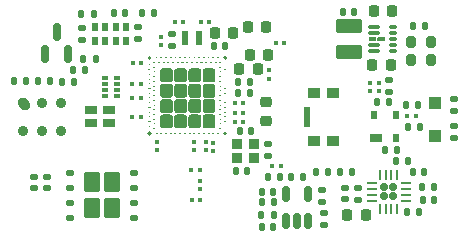
<source format=gbr>
G04 #@! TF.GenerationSoftware,KiCad,Pcbnew,7.0.10-7.0.10~ubuntu22.04.1*
G04 #@! TF.CreationDate,2024-02-23T22:34:40+01:00*
G04 #@! TF.ProjectId,dictofun,64696374-6f66-4756-9e2e-6b696361645f,rev?*
G04 #@! TF.SameCoordinates,Original*
G04 #@! TF.FileFunction,Paste,Top*
G04 #@! TF.FilePolarity,Positive*
%FSLAX45Y45*%
G04 Gerber Fmt 4.5, Leading zero omitted, Abs format (unit mm)*
G04 Created by KiCad (PCBNEW 7.0.10-7.0.10~ubuntu22.04.1) date 2024-02-23 22:34:40*
%MOMM*%
%LPD*%
G01*
G04 APERTURE LIST*
G04 Aperture macros list*
%AMRoundRect*
0 Rectangle with rounded corners*
0 $1 Rounding radius*
0 $2 $3 $4 $5 $6 $7 $8 $9 X,Y pos of 4 corners*
0 Add a 4 corners polygon primitive as box body*
4,1,4,$2,$3,$4,$5,$6,$7,$8,$9,$2,$3,0*
0 Add four circle primitives for the rounded corners*
1,1,$1+$1,$2,$3*
1,1,$1+$1,$4,$5*
1,1,$1+$1,$6,$7*
1,1,$1+$1,$8,$9*
0 Add four rect primitives between the rounded corners*
20,1,$1+$1,$2,$3,$4,$5,0*
20,1,$1+$1,$4,$5,$6,$7,0*
20,1,$1+$1,$6,$7,$8,$9,0*
20,1,$1+$1,$8,$9,$2,$3,0*%
%AMHorizOval*
0 Thick line with rounded ends*
0 $1 width*
0 $2 $3 position (X,Y) of the first rounded end (center of the circle)*
0 $4 $5 position (X,Y) of the second rounded end (center of the circle)*
0 Add line between two ends*
20,1,$1,$2,$3,$4,$5,0*
0 Add two circle primitives to create the rounded ends*
1,1,$1,$2,$3*
1,1,$1,$4,$5*%
G04 Aperture macros list end*
%ADD10C,0.010000*%
%ADD11C,0.194000*%
%ADD12C,0.106500*%
%ADD13RoundRect,0.140000X0.170000X-0.140000X0.170000X0.140000X-0.170000X0.140000X-0.170000X-0.140000X0*%
%ADD14RoundRect,0.157500X-0.157500X0.157500X-0.157500X-0.157500X0.157500X-0.157500X0.157500X0.157500X0*%
%ADD15RoundRect,0.062500X-0.062500X0.375000X-0.062500X-0.375000X0.062500X-0.375000X0.062500X0.375000X0*%
%ADD16RoundRect,0.062500X-0.375000X0.062500X-0.375000X-0.062500X0.375000X-0.062500X0.375000X0.062500X0*%
%ADD17RoundRect,0.135000X0.135000X0.185000X-0.135000X0.185000X-0.135000X-0.185000X0.135000X-0.185000X0*%
%ADD18RoundRect,0.140000X0.140000X0.170000X-0.140000X0.170000X-0.140000X-0.170000X0.140000X-0.170000X0*%
%ADD19RoundRect,0.135000X-0.185000X0.135000X-0.185000X-0.135000X0.185000X-0.135000X0.185000X0.135000X0*%
%ADD20RoundRect,0.135000X-0.135000X-0.185000X0.135000X-0.185000X0.135000X0.185000X-0.135000X0.185000X0*%
%ADD21RoundRect,0.218750X0.218750X0.256250X-0.218750X0.256250X-0.218750X-0.256250X0.218750X-0.256250X0*%
%ADD22RoundRect,0.140000X-0.140000X-0.170000X0.140000X-0.170000X0.140000X0.170000X-0.140000X0.170000X0*%
%ADD23RoundRect,0.140000X-0.170000X0.140000X-0.170000X-0.140000X0.170000X-0.140000X0.170000X0.140000X0*%
%ADD24RoundRect,0.079500X-0.079500X-0.100500X0.079500X-0.100500X0.079500X0.100500X-0.079500X0.100500X0*%
%ADD25R,0.500000X0.800000*%
%ADD26RoundRect,0.079500X0.079500X0.100500X-0.079500X0.100500X-0.079500X-0.100500X0.079500X-0.100500X0*%
%ADD27RoundRect,0.079500X-0.100500X0.079500X-0.100500X-0.079500X0.100500X-0.079500X0.100500X0.079500X0*%
%ADD28R,0.600000X1.200000*%
%ADD29RoundRect,0.079500X0.100500X-0.079500X0.100500X0.079500X-0.100500X0.079500X-0.100500X-0.079500X0*%
%ADD30RoundRect,0.150000X0.150000X-0.587500X0.150000X0.587500X-0.150000X0.587500X-0.150000X-0.587500X0*%
%ADD31RoundRect,0.150000X0.150000X-0.512500X0.150000X0.512500X-0.150000X0.512500X-0.150000X-0.512500X0*%
%ADD32RoundRect,0.147500X-0.147500X-0.172500X0.147500X-0.172500X0.147500X0.172500X-0.147500X0.172500X0*%
%ADD33RoundRect,0.250000X-0.850000X0.375000X-0.850000X-0.375000X0.850000X-0.375000X0.850000X0.375000X0*%
%ADD34RoundRect,0.225000X0.225000X0.250000X-0.225000X0.250000X-0.225000X-0.250000X0.225000X-0.250000X0*%
%ADD35RoundRect,0.200000X0.200000X0.275000X-0.200000X0.275000X-0.200000X-0.275000X0.200000X-0.275000X0*%
%ADD36R,0.500000X0.400000*%
%ADD37R,0.500000X0.300000*%
%ADD38RoundRect,0.225000X-0.225000X-0.250000X0.225000X-0.250000X0.225000X0.250000X-0.225000X0.250000X0*%
%ADD39R,1.000000X0.900000*%
%ADD40R,0.550000X1.700000*%
%ADD41RoundRect,0.250000X-0.300000X0.300000X-0.300000X-0.300000X0.300000X-0.300000X0.300000X0.300000X0*%
%ADD42RoundRect,0.012500X0.287500X0.112500X-0.287500X0.112500X-0.287500X-0.112500X0.287500X-0.112500X0*%
%ADD43RoundRect,0.012500X0.437500X0.112500X-0.437500X0.112500X-0.437500X-0.112500X0.437500X-0.112500X0*%
%ADD44R,0.950000X0.850000*%
%ADD45R,1.000000X0.800000*%
%ADD46RoundRect,0.147500X0.147500X0.172500X-0.147500X0.172500X-0.147500X-0.172500X0.147500X-0.172500X0*%
%ADD47C,0.910000*%
%ADD48HorizOval,0.910000X-0.100000X0.100000X0.100000X-0.100000X0*%
%ADD49RoundRect,0.250000X0.435000X0.615000X-0.435000X0.615000X-0.435000X-0.615000X0.435000X-0.615000X0*%
%ADD50RoundRect,0.125000X0.250000X0.125000X-0.250000X0.125000X-0.250000X-0.125000X0.250000X-0.125000X0*%
%ADD51RoundRect,0.218750X0.256250X-0.218750X0.256250X0.218750X-0.256250X0.218750X-0.256250X-0.218750X0*%
%ADD52R,1.000000X0.700000*%
%ADD53R,0.600000X0.700000*%
G04 APERTURE END LIST*
D10*
X14810800Y-9227600D02*
X14811000Y-9227600D01*
X14811300Y-9227700D01*
X14811500Y-9227700D01*
X14811800Y-9227800D01*
X14812000Y-9227900D01*
X14812300Y-9228000D01*
X14812500Y-9228200D01*
X14812700Y-9228300D01*
X14812900Y-9228500D01*
X14813100Y-9228600D01*
X14813300Y-9228800D01*
X14813500Y-9229000D01*
X14813700Y-9229200D01*
X14813900Y-9229400D01*
X14814000Y-9229600D01*
X14814200Y-9229800D01*
X14814300Y-9230000D01*
X14814500Y-9230200D01*
X14814600Y-9230500D01*
X14814700Y-9230700D01*
X14814800Y-9231000D01*
X14814800Y-9231200D01*
X14814900Y-9231500D01*
X14814900Y-9231700D01*
X14815000Y-9232000D01*
X14815000Y-9232200D01*
X14815000Y-9232500D01*
X14815000Y-9247500D01*
X14815000Y-9247800D01*
X14815000Y-9248000D01*
X14814900Y-9248300D01*
X14814900Y-9248500D01*
X14814800Y-9248800D01*
X14814800Y-9249000D01*
X14814700Y-9249300D01*
X14814600Y-9249500D01*
X14814500Y-9249800D01*
X14814300Y-9250000D01*
X14814200Y-9250200D01*
X14814000Y-9250400D01*
X14813900Y-9250600D01*
X14813700Y-9250800D01*
X14813500Y-9251000D01*
X14813300Y-9251200D01*
X14813100Y-9251400D01*
X14812900Y-9251500D01*
X14812700Y-9251700D01*
X14812500Y-9251800D01*
X14812300Y-9252000D01*
X14812000Y-9252100D01*
X14811800Y-9252200D01*
X14811500Y-9252300D01*
X14811300Y-9252300D01*
X14811000Y-9252400D01*
X14810800Y-9252400D01*
X14810500Y-9252500D01*
X14810300Y-9252500D01*
X14810000Y-9252500D01*
X14765000Y-9252500D01*
X14764700Y-9252500D01*
X14764500Y-9252500D01*
X14764200Y-9252400D01*
X14764000Y-9252400D01*
X14763700Y-9252300D01*
X14763500Y-9252300D01*
X14763200Y-9252200D01*
X14763000Y-9252100D01*
X14762700Y-9252000D01*
X14762500Y-9251800D01*
X14762300Y-9251700D01*
X14762100Y-9251500D01*
X14761900Y-9251400D01*
X14761700Y-9251200D01*
X14761500Y-9251000D01*
X14761300Y-9250800D01*
X14761100Y-9250600D01*
X14761000Y-9250400D01*
X14760800Y-9250200D01*
X14760700Y-9250000D01*
X14760500Y-9249800D01*
X14760400Y-9249500D01*
X14760300Y-9249300D01*
X14760200Y-9249000D01*
X14760200Y-9248800D01*
X14760100Y-9248500D01*
X14760100Y-9248300D01*
X14760000Y-9248000D01*
X14760000Y-9247800D01*
X14760000Y-9247500D01*
X14760000Y-9232500D01*
X14760000Y-9232200D01*
X14760000Y-9232000D01*
X14760100Y-9231700D01*
X14760100Y-9231500D01*
X14760200Y-9231200D01*
X14760200Y-9231000D01*
X14760300Y-9230700D01*
X14760400Y-9230500D01*
X14760500Y-9230200D01*
X14760700Y-9230000D01*
X14760800Y-9229800D01*
X14761000Y-9229600D01*
X14761100Y-9229400D01*
X14761300Y-9229200D01*
X14761500Y-9229000D01*
X14761700Y-9228800D01*
X14761900Y-9228600D01*
X14762100Y-9228500D01*
X14762300Y-9228300D01*
X14762500Y-9228200D01*
X14762700Y-9228000D01*
X14763000Y-9227900D01*
X14763200Y-9227800D01*
X14763500Y-9227700D01*
X14763700Y-9227700D01*
X14764000Y-9227600D01*
X14764200Y-9227600D01*
X14764500Y-9227500D01*
X14764700Y-9227500D01*
X14765000Y-9227500D01*
X14810000Y-9227500D01*
X14810300Y-9227500D01*
X14810500Y-9227500D01*
X14810800Y-9227600D01*
G36*
X14810800Y-9227600D02*
G01*
X14811000Y-9227600D01*
X14811300Y-9227700D01*
X14811500Y-9227700D01*
X14811800Y-9227800D01*
X14812000Y-9227900D01*
X14812300Y-9228000D01*
X14812500Y-9228200D01*
X14812700Y-9228300D01*
X14812900Y-9228500D01*
X14813100Y-9228600D01*
X14813300Y-9228800D01*
X14813500Y-9229000D01*
X14813700Y-9229200D01*
X14813900Y-9229400D01*
X14814000Y-9229600D01*
X14814200Y-9229800D01*
X14814300Y-9230000D01*
X14814500Y-9230200D01*
X14814600Y-9230500D01*
X14814700Y-9230700D01*
X14814800Y-9231000D01*
X14814800Y-9231200D01*
X14814900Y-9231500D01*
X14814900Y-9231700D01*
X14815000Y-9232000D01*
X14815000Y-9232200D01*
X14815000Y-9232500D01*
X14815000Y-9247500D01*
X14815000Y-9247800D01*
X14815000Y-9248000D01*
X14814900Y-9248300D01*
X14814900Y-9248500D01*
X14814800Y-9248800D01*
X14814800Y-9249000D01*
X14814700Y-9249300D01*
X14814600Y-9249500D01*
X14814500Y-9249800D01*
X14814300Y-9250000D01*
X14814200Y-9250200D01*
X14814000Y-9250400D01*
X14813900Y-9250600D01*
X14813700Y-9250800D01*
X14813500Y-9251000D01*
X14813300Y-9251200D01*
X14813100Y-9251400D01*
X14812900Y-9251500D01*
X14812700Y-9251700D01*
X14812500Y-9251800D01*
X14812300Y-9252000D01*
X14812000Y-9252100D01*
X14811800Y-9252200D01*
X14811500Y-9252300D01*
X14811300Y-9252300D01*
X14811000Y-9252400D01*
X14810800Y-9252400D01*
X14810500Y-9252500D01*
X14810300Y-9252500D01*
X14810000Y-9252500D01*
X14765000Y-9252500D01*
X14764700Y-9252500D01*
X14764500Y-9252500D01*
X14764200Y-9252400D01*
X14764000Y-9252400D01*
X14763700Y-9252300D01*
X14763500Y-9252300D01*
X14763200Y-9252200D01*
X14763000Y-9252100D01*
X14762700Y-9252000D01*
X14762500Y-9251800D01*
X14762300Y-9251700D01*
X14762100Y-9251500D01*
X14761900Y-9251400D01*
X14761700Y-9251200D01*
X14761500Y-9251000D01*
X14761300Y-9250800D01*
X14761100Y-9250600D01*
X14761000Y-9250400D01*
X14760800Y-9250200D01*
X14760700Y-9250000D01*
X14760500Y-9249800D01*
X14760400Y-9249500D01*
X14760300Y-9249300D01*
X14760200Y-9249000D01*
X14760200Y-9248800D01*
X14760100Y-9248500D01*
X14760100Y-9248300D01*
X14760000Y-9248000D01*
X14760000Y-9247800D01*
X14760000Y-9247500D01*
X14760000Y-9232500D01*
X14760000Y-9232200D01*
X14760000Y-9232000D01*
X14760100Y-9231700D01*
X14760100Y-9231500D01*
X14760200Y-9231200D01*
X14760200Y-9231000D01*
X14760300Y-9230700D01*
X14760400Y-9230500D01*
X14760500Y-9230200D01*
X14760700Y-9230000D01*
X14760800Y-9229800D01*
X14761000Y-9229600D01*
X14761100Y-9229400D01*
X14761300Y-9229200D01*
X14761500Y-9229000D01*
X14761700Y-9228800D01*
X14761900Y-9228600D01*
X14762100Y-9228500D01*
X14762300Y-9228300D01*
X14762500Y-9228200D01*
X14762700Y-9228000D01*
X14763000Y-9227900D01*
X14763200Y-9227800D01*
X14763500Y-9227700D01*
X14763700Y-9227700D01*
X14764000Y-9227600D01*
X14764200Y-9227600D01*
X14764500Y-9227500D01*
X14764700Y-9227500D01*
X14765000Y-9227500D01*
X14810000Y-9227500D01*
X14810300Y-9227500D01*
X14810500Y-9227500D01*
X14810800Y-9227600D01*
G37*
X14735800Y-9227600D02*
X14736000Y-9227600D01*
X14736300Y-9227700D01*
X14736500Y-9227700D01*
X14736800Y-9227800D01*
X14737000Y-9227900D01*
X14737300Y-9228000D01*
X14737500Y-9228200D01*
X14737700Y-9228300D01*
X14737900Y-9228500D01*
X14738100Y-9228600D01*
X14738300Y-9228800D01*
X14738500Y-9229000D01*
X14738700Y-9229200D01*
X14738900Y-9229400D01*
X14739000Y-9229600D01*
X14739200Y-9229800D01*
X14739300Y-9230000D01*
X14739500Y-9230200D01*
X14739600Y-9230500D01*
X14739700Y-9230700D01*
X14739800Y-9231000D01*
X14739800Y-9231200D01*
X14739900Y-9231500D01*
X14739900Y-9231700D01*
X14740000Y-9232000D01*
X14740000Y-9232200D01*
X14740000Y-9232500D01*
X14740000Y-9247500D01*
X14740000Y-9247800D01*
X14740000Y-9248000D01*
X14739900Y-9248300D01*
X14739900Y-9248500D01*
X14739800Y-9248800D01*
X14739800Y-9249000D01*
X14739700Y-9249300D01*
X14739600Y-9249500D01*
X14739500Y-9249800D01*
X14739300Y-9250000D01*
X14739200Y-9250200D01*
X14739000Y-9250400D01*
X14738900Y-9250600D01*
X14738700Y-9250800D01*
X14738500Y-9251000D01*
X14738300Y-9251200D01*
X14738100Y-9251400D01*
X14737900Y-9251500D01*
X14737700Y-9251700D01*
X14737500Y-9251800D01*
X14737300Y-9252000D01*
X14737000Y-9252100D01*
X14736800Y-9252200D01*
X14736500Y-9252300D01*
X14736300Y-9252300D01*
X14736000Y-9252400D01*
X14735800Y-9252400D01*
X14735500Y-9252500D01*
X14735300Y-9252500D01*
X14735000Y-9252500D01*
X14690000Y-9252500D01*
X14689700Y-9252500D01*
X14689500Y-9252500D01*
X14689200Y-9252400D01*
X14689000Y-9252400D01*
X14688700Y-9252300D01*
X14688500Y-9252300D01*
X14688200Y-9252200D01*
X14688000Y-9252100D01*
X14687700Y-9252000D01*
X14687500Y-9251800D01*
X14687300Y-9251700D01*
X14687100Y-9251500D01*
X14686900Y-9251400D01*
X14686700Y-9251200D01*
X14686500Y-9251000D01*
X14686300Y-9250800D01*
X14686100Y-9250600D01*
X14686000Y-9250400D01*
X14685800Y-9250200D01*
X14685700Y-9250000D01*
X14685500Y-9249800D01*
X14685400Y-9249500D01*
X14685300Y-9249300D01*
X14685200Y-9249000D01*
X14685200Y-9248800D01*
X14685100Y-9248500D01*
X14685100Y-9248300D01*
X14685000Y-9248000D01*
X14685000Y-9247800D01*
X14685000Y-9247500D01*
X14685000Y-9232500D01*
X14685000Y-9232200D01*
X14685000Y-9232000D01*
X14685100Y-9231700D01*
X14685100Y-9231500D01*
X14685200Y-9231200D01*
X14685200Y-9231000D01*
X14685300Y-9230700D01*
X14685400Y-9230500D01*
X14685500Y-9230200D01*
X14685700Y-9230000D01*
X14685800Y-9229800D01*
X14686000Y-9229600D01*
X14686100Y-9229400D01*
X14686300Y-9229200D01*
X14686500Y-9229000D01*
X14686700Y-9228800D01*
X14686900Y-9228600D01*
X14687100Y-9228500D01*
X14687300Y-9228300D01*
X14687500Y-9228200D01*
X14687700Y-9228000D01*
X14688000Y-9227900D01*
X14688200Y-9227800D01*
X14688500Y-9227700D01*
X14688700Y-9227700D01*
X14689000Y-9227600D01*
X14689200Y-9227600D01*
X14689500Y-9227500D01*
X14689700Y-9227500D01*
X14690000Y-9227500D01*
X14735000Y-9227500D01*
X14735300Y-9227500D01*
X14735500Y-9227500D01*
X14735800Y-9227600D01*
G36*
X14735800Y-9227600D02*
G01*
X14736000Y-9227600D01*
X14736300Y-9227700D01*
X14736500Y-9227700D01*
X14736800Y-9227800D01*
X14737000Y-9227900D01*
X14737300Y-9228000D01*
X14737500Y-9228200D01*
X14737700Y-9228300D01*
X14737900Y-9228500D01*
X14738100Y-9228600D01*
X14738300Y-9228800D01*
X14738500Y-9229000D01*
X14738700Y-9229200D01*
X14738900Y-9229400D01*
X14739000Y-9229600D01*
X14739200Y-9229800D01*
X14739300Y-9230000D01*
X14739500Y-9230200D01*
X14739600Y-9230500D01*
X14739700Y-9230700D01*
X14739800Y-9231000D01*
X14739800Y-9231200D01*
X14739900Y-9231500D01*
X14739900Y-9231700D01*
X14740000Y-9232000D01*
X14740000Y-9232200D01*
X14740000Y-9232500D01*
X14740000Y-9247500D01*
X14740000Y-9247800D01*
X14740000Y-9248000D01*
X14739900Y-9248300D01*
X14739900Y-9248500D01*
X14739800Y-9248800D01*
X14739800Y-9249000D01*
X14739700Y-9249300D01*
X14739600Y-9249500D01*
X14739500Y-9249800D01*
X14739300Y-9250000D01*
X14739200Y-9250200D01*
X14739000Y-9250400D01*
X14738900Y-9250600D01*
X14738700Y-9250800D01*
X14738500Y-9251000D01*
X14738300Y-9251200D01*
X14738100Y-9251400D01*
X14737900Y-9251500D01*
X14737700Y-9251700D01*
X14737500Y-9251800D01*
X14737300Y-9252000D01*
X14737000Y-9252100D01*
X14736800Y-9252200D01*
X14736500Y-9252300D01*
X14736300Y-9252300D01*
X14736000Y-9252400D01*
X14735800Y-9252400D01*
X14735500Y-9252500D01*
X14735300Y-9252500D01*
X14735000Y-9252500D01*
X14690000Y-9252500D01*
X14689700Y-9252500D01*
X14689500Y-9252500D01*
X14689200Y-9252400D01*
X14689000Y-9252400D01*
X14688700Y-9252300D01*
X14688500Y-9252300D01*
X14688200Y-9252200D01*
X14688000Y-9252100D01*
X14687700Y-9252000D01*
X14687500Y-9251800D01*
X14687300Y-9251700D01*
X14687100Y-9251500D01*
X14686900Y-9251400D01*
X14686700Y-9251200D01*
X14686500Y-9251000D01*
X14686300Y-9250800D01*
X14686100Y-9250600D01*
X14686000Y-9250400D01*
X14685800Y-9250200D01*
X14685700Y-9250000D01*
X14685500Y-9249800D01*
X14685400Y-9249500D01*
X14685300Y-9249300D01*
X14685200Y-9249000D01*
X14685200Y-9248800D01*
X14685100Y-9248500D01*
X14685100Y-9248300D01*
X14685000Y-9248000D01*
X14685000Y-9247800D01*
X14685000Y-9247500D01*
X14685000Y-9232500D01*
X14685000Y-9232200D01*
X14685000Y-9232000D01*
X14685100Y-9231700D01*
X14685100Y-9231500D01*
X14685200Y-9231200D01*
X14685200Y-9231000D01*
X14685300Y-9230700D01*
X14685400Y-9230500D01*
X14685500Y-9230200D01*
X14685700Y-9230000D01*
X14685800Y-9229800D01*
X14686000Y-9229600D01*
X14686100Y-9229400D01*
X14686300Y-9229200D01*
X14686500Y-9229000D01*
X14686700Y-9228800D01*
X14686900Y-9228600D01*
X14687100Y-9228500D01*
X14687300Y-9228300D01*
X14687500Y-9228200D01*
X14687700Y-9228000D01*
X14688000Y-9227900D01*
X14688200Y-9227800D01*
X14688500Y-9227700D01*
X14688700Y-9227700D01*
X14689000Y-9227600D01*
X14689200Y-9227600D01*
X14689500Y-9227500D01*
X14689700Y-9227500D01*
X14690000Y-9227500D01*
X14735000Y-9227500D01*
X14735300Y-9227500D01*
X14735500Y-9227500D01*
X14735800Y-9227600D01*
G37*
D11*
X13479700Y-9400000D02*
G75*
G03*
X13460300Y-9400000I-9700J0D01*
G01*
X13460300Y-9400000D02*
G75*
G03*
X13479700Y-9400000I9700J0D01*
G01*
D12*
X13415325Y-9400000D02*
G75*
G03*
X13404675Y-9400000I-5325J0D01*
G01*
X13404675Y-9400000D02*
G75*
G03*
X13415325Y-9400000I5325J0D01*
G01*
X13375325Y-9400000D02*
G75*
G03*
X13364675Y-9400000I-5325J0D01*
G01*
X13364675Y-9400000D02*
G75*
G03*
X13375325Y-9400000I5325J0D01*
G01*
X13335325Y-9400000D02*
G75*
G03*
X13324675Y-9400000I-5325J0D01*
G01*
X13324675Y-9400000D02*
G75*
G03*
X13335325Y-9400000I5325J0D01*
G01*
X13295325Y-9400000D02*
G75*
G03*
X13284675Y-9400000I-5325J0D01*
G01*
X13284675Y-9400000D02*
G75*
G03*
X13295325Y-9400000I5325J0D01*
G01*
X13255325Y-9400000D02*
G75*
G03*
X13244675Y-9400000I-5325J0D01*
G01*
X13244675Y-9400000D02*
G75*
G03*
X13255325Y-9400000I5325J0D01*
G01*
X13215325Y-9400000D02*
G75*
G03*
X13204675Y-9400000I-5325J0D01*
G01*
X13204675Y-9400000D02*
G75*
G03*
X13215325Y-9400000I5325J0D01*
G01*
X13175325Y-9400000D02*
G75*
G03*
X13164675Y-9400000I-5325J0D01*
G01*
X13164675Y-9400000D02*
G75*
G03*
X13175325Y-9400000I5325J0D01*
G01*
X13135325Y-9400000D02*
G75*
G03*
X13124675Y-9400000I-5325J0D01*
G01*
X13124675Y-9400000D02*
G75*
G03*
X13135325Y-9400000I5325J0D01*
G01*
X13095325Y-9400000D02*
G75*
G03*
X13084675Y-9400000I-5325J0D01*
G01*
X13084675Y-9400000D02*
G75*
G03*
X13095325Y-9400000I5325J0D01*
G01*
X13055325Y-9400000D02*
G75*
G03*
X13044675Y-9400000I-5325J0D01*
G01*
X13044675Y-9400000D02*
G75*
G03*
X13055325Y-9400000I5325J0D01*
G01*
X13015325Y-9400000D02*
G75*
G03*
X13004675Y-9400000I-5325J0D01*
G01*
X13004675Y-9400000D02*
G75*
G03*
X13015325Y-9400000I5325J0D01*
G01*
X12975325Y-9400000D02*
G75*
G03*
X12964675Y-9400000I-5325J0D01*
G01*
X12964675Y-9400000D02*
G75*
G03*
X12975325Y-9400000I5325J0D01*
G01*
X12935325Y-9400000D02*
G75*
G03*
X12924675Y-9400000I-5325J0D01*
G01*
X12924675Y-9400000D02*
G75*
G03*
X12935325Y-9400000I5325J0D01*
G01*
X12895325Y-9400000D02*
G75*
G03*
X12884675Y-9400000I-5325J0D01*
G01*
X12884675Y-9400000D02*
G75*
G03*
X12895325Y-9400000I5325J0D01*
G01*
D11*
X12839700Y-9400000D02*
G75*
G03*
X12820300Y-9400000I-9700J0D01*
G01*
X12820300Y-9400000D02*
G75*
G03*
X12839700Y-9400000I9700J0D01*
G01*
D12*
X13435325Y-9440000D02*
G75*
G03*
X13424675Y-9440000I-5325J0D01*
G01*
X13424675Y-9440000D02*
G75*
G03*
X13435325Y-9440000I5325J0D01*
G01*
X13395325Y-9440000D02*
G75*
G03*
X13384675Y-9440000I-5325J0D01*
G01*
X13384675Y-9440000D02*
G75*
G03*
X13395325Y-9440000I5325J0D01*
G01*
X13355325Y-9440000D02*
G75*
G03*
X13344675Y-9440000I-5325J0D01*
G01*
X13344675Y-9440000D02*
G75*
G03*
X13355325Y-9440000I5325J0D01*
G01*
X13315325Y-9440000D02*
G75*
G03*
X13304675Y-9440000I-5325J0D01*
G01*
X13304675Y-9440000D02*
G75*
G03*
X13315325Y-9440000I5325J0D01*
G01*
X13275325Y-9440000D02*
G75*
G03*
X13264675Y-9440000I-5325J0D01*
G01*
X13264675Y-9440000D02*
G75*
G03*
X13275325Y-9440000I5325J0D01*
G01*
X13235325Y-9440000D02*
G75*
G03*
X13224675Y-9440000I-5325J0D01*
G01*
X13224675Y-9440000D02*
G75*
G03*
X13235325Y-9440000I5325J0D01*
G01*
X13195325Y-9440000D02*
G75*
G03*
X13184675Y-9440000I-5325J0D01*
G01*
X13184675Y-9440000D02*
G75*
G03*
X13195325Y-9440000I5325J0D01*
G01*
X13155325Y-9440000D02*
G75*
G03*
X13144675Y-9440000I-5325J0D01*
G01*
X13144675Y-9440000D02*
G75*
G03*
X13155325Y-9440000I5325J0D01*
G01*
X13115325Y-9440000D02*
G75*
G03*
X13104675Y-9440000I-5325J0D01*
G01*
X13104675Y-9440000D02*
G75*
G03*
X13115325Y-9440000I5325J0D01*
G01*
X13075325Y-9440000D02*
G75*
G03*
X13064675Y-9440000I-5325J0D01*
G01*
X13064675Y-9440000D02*
G75*
G03*
X13075325Y-9440000I5325J0D01*
G01*
X13035325Y-9440000D02*
G75*
G03*
X13024675Y-9440000I-5325J0D01*
G01*
X13024675Y-9440000D02*
G75*
G03*
X13035325Y-9440000I5325J0D01*
G01*
X12995325Y-9440000D02*
G75*
G03*
X12984675Y-9440000I-5325J0D01*
G01*
X12984675Y-9440000D02*
G75*
G03*
X12995325Y-9440000I5325J0D01*
G01*
X12955325Y-9440000D02*
G75*
G03*
X12944675Y-9440000I-5325J0D01*
G01*
X12944675Y-9440000D02*
G75*
G03*
X12955325Y-9440000I5325J0D01*
G01*
X12915325Y-9440000D02*
G75*
G03*
X12904675Y-9440000I-5325J0D01*
G01*
X12904675Y-9440000D02*
G75*
G03*
X12915325Y-9440000I5325J0D01*
G01*
X12875325Y-9440000D02*
G75*
G03*
X12864675Y-9440000I-5325J0D01*
G01*
X12864675Y-9440000D02*
G75*
G03*
X12875325Y-9440000I5325J0D01*
G01*
X12835325Y-9460000D02*
G75*
G03*
X12824675Y-9460000I-5325J0D01*
G01*
X12824675Y-9460000D02*
G75*
G03*
X12835325Y-9460000I5325J0D01*
G01*
X13435325Y-9480000D02*
G75*
G03*
X13424675Y-9480000I-5325J0D01*
G01*
X13424675Y-9480000D02*
G75*
G03*
X13435325Y-9480000I5325J0D01*
G01*
X12875325Y-9480000D02*
G75*
G03*
X12864675Y-9480000I-5325J0D01*
G01*
X12864675Y-9480000D02*
G75*
G03*
X12875325Y-9480000I5325J0D01*
G01*
X13475325Y-9500000D02*
G75*
G03*
X13464675Y-9500000I-5325J0D01*
G01*
X13464675Y-9500000D02*
G75*
G03*
X13475325Y-9500000I5325J0D01*
G01*
X12835325Y-9500000D02*
G75*
G03*
X12824675Y-9500000I-5325J0D01*
G01*
X12824675Y-9500000D02*
G75*
G03*
X12835325Y-9500000I5325J0D01*
G01*
X13435325Y-9520000D02*
G75*
G03*
X13424675Y-9520000I-5325J0D01*
G01*
X13424675Y-9520000D02*
G75*
G03*
X13435325Y-9520000I5325J0D01*
G01*
X12875325Y-9520000D02*
G75*
G03*
X12864675Y-9520000I-5325J0D01*
G01*
X12864675Y-9520000D02*
G75*
G03*
X12875325Y-9520000I5325J0D01*
G01*
X12835325Y-9540000D02*
G75*
G03*
X12824675Y-9540000I-5325J0D01*
G01*
X12824675Y-9540000D02*
G75*
G03*
X12835325Y-9540000I5325J0D01*
G01*
X13435325Y-9560000D02*
G75*
G03*
X13424675Y-9560000I-5325J0D01*
G01*
X13424675Y-9560000D02*
G75*
G03*
X13435325Y-9560000I5325J0D01*
G01*
X12875325Y-9560000D02*
G75*
G03*
X12864675Y-9560000I-5325J0D01*
G01*
X12864675Y-9560000D02*
G75*
G03*
X12875325Y-9560000I5325J0D01*
G01*
X12835325Y-9580000D02*
G75*
G03*
X12824675Y-9580000I-5325J0D01*
G01*
X12824675Y-9580000D02*
G75*
G03*
X12835325Y-9580000I5325J0D01*
G01*
X13435325Y-9600000D02*
G75*
G03*
X13424675Y-9600000I-5325J0D01*
G01*
X13424675Y-9600000D02*
G75*
G03*
X13435325Y-9600000I5325J0D01*
G01*
X12875325Y-9600000D02*
G75*
G03*
X12864675Y-9600000I-5325J0D01*
G01*
X12864675Y-9600000D02*
G75*
G03*
X12875325Y-9600000I5325J0D01*
G01*
X12835325Y-9620000D02*
G75*
G03*
X12824675Y-9620000I-5325J0D01*
G01*
X12824675Y-9620000D02*
G75*
G03*
X12835325Y-9620000I5325J0D01*
G01*
X13435325Y-9640000D02*
G75*
G03*
X13424675Y-9640000I-5325J0D01*
G01*
X13424675Y-9640000D02*
G75*
G03*
X13435325Y-9640000I5325J0D01*
G01*
X12875325Y-9640000D02*
G75*
G03*
X12864675Y-9640000I-5325J0D01*
G01*
X12864675Y-9640000D02*
G75*
G03*
X12875325Y-9640000I5325J0D01*
G01*
X13475325Y-9660000D02*
G75*
G03*
X13464675Y-9660000I-5325J0D01*
G01*
X13464675Y-9660000D02*
G75*
G03*
X13475325Y-9660000I5325J0D01*
G01*
X12835325Y-9660000D02*
G75*
G03*
X12824675Y-9660000I-5325J0D01*
G01*
X12824675Y-9660000D02*
G75*
G03*
X12835325Y-9660000I5325J0D01*
G01*
X13435325Y-9680000D02*
G75*
G03*
X13424675Y-9680000I-5325J0D01*
G01*
X13424675Y-9680000D02*
G75*
G03*
X13435325Y-9680000I5325J0D01*
G01*
X12875325Y-9680000D02*
G75*
G03*
X12864675Y-9680000I-5325J0D01*
G01*
X12864675Y-9680000D02*
G75*
G03*
X12875325Y-9680000I5325J0D01*
G01*
X13475325Y-9700000D02*
G75*
G03*
X13464675Y-9700000I-5325J0D01*
G01*
X13464675Y-9700000D02*
G75*
G03*
X13475325Y-9700000I5325J0D01*
G01*
X12835325Y-9700000D02*
G75*
G03*
X12824675Y-9700000I-5325J0D01*
G01*
X12824675Y-9700000D02*
G75*
G03*
X12835325Y-9700000I5325J0D01*
G01*
X13435325Y-9720000D02*
G75*
G03*
X13424675Y-9720000I-5325J0D01*
G01*
X13424675Y-9720000D02*
G75*
G03*
X13435325Y-9720000I5325J0D01*
G01*
X12875325Y-9720000D02*
G75*
G03*
X12864675Y-9720000I-5325J0D01*
G01*
X12864675Y-9720000D02*
G75*
G03*
X12875325Y-9720000I5325J0D01*
G01*
X13475325Y-9740000D02*
G75*
G03*
X13464675Y-9740000I-5325J0D01*
G01*
X13464675Y-9740000D02*
G75*
G03*
X13475325Y-9740000I5325J0D01*
G01*
X12835325Y-9740000D02*
G75*
G03*
X12824675Y-9740000I-5325J0D01*
G01*
X12824675Y-9740000D02*
G75*
G03*
X12835325Y-9740000I5325J0D01*
G01*
X13435325Y-9760000D02*
G75*
G03*
X13424675Y-9760000I-5325J0D01*
G01*
X13424675Y-9760000D02*
G75*
G03*
X13435325Y-9760000I5325J0D01*
G01*
X12875325Y-9760000D02*
G75*
G03*
X12864675Y-9760000I-5325J0D01*
G01*
X12864675Y-9760000D02*
G75*
G03*
X12875325Y-9760000I5325J0D01*
G01*
X13475325Y-9780000D02*
G75*
G03*
X13464675Y-9780000I-5325J0D01*
G01*
X13464675Y-9780000D02*
G75*
G03*
X13475325Y-9780000I5325J0D01*
G01*
X12835325Y-9780000D02*
G75*
G03*
X12824675Y-9780000I-5325J0D01*
G01*
X12824675Y-9780000D02*
G75*
G03*
X12835325Y-9780000I5325J0D01*
G01*
X13435325Y-9800000D02*
G75*
G03*
X13424675Y-9800000I-5325J0D01*
G01*
X13424675Y-9800000D02*
G75*
G03*
X13435325Y-9800000I5325J0D01*
G01*
X12875325Y-9800000D02*
G75*
G03*
X12864675Y-9800000I-5325J0D01*
G01*
X12864675Y-9800000D02*
G75*
G03*
X12875325Y-9800000I5325J0D01*
G01*
X13475325Y-9820000D02*
G75*
G03*
X13464675Y-9820000I-5325J0D01*
G01*
X13464675Y-9820000D02*
G75*
G03*
X13475325Y-9820000I5325J0D01*
G01*
X12835325Y-9820000D02*
G75*
G03*
X12824675Y-9820000I-5325J0D01*
G01*
X12824675Y-9820000D02*
G75*
G03*
X12835325Y-9820000I5325J0D01*
G01*
X13435325Y-9840000D02*
G75*
G03*
X13424675Y-9840000I-5325J0D01*
G01*
X13424675Y-9840000D02*
G75*
G03*
X13435325Y-9840000I5325J0D01*
G01*
X12875325Y-9840000D02*
G75*
G03*
X12864675Y-9840000I-5325J0D01*
G01*
X12864675Y-9840000D02*
G75*
G03*
X12875325Y-9840000I5325J0D01*
G01*
X13475325Y-9860000D02*
G75*
G03*
X13464675Y-9860000I-5325J0D01*
G01*
X13464675Y-9860000D02*
G75*
G03*
X13475325Y-9860000I5325J0D01*
G01*
X12835325Y-9860000D02*
G75*
G03*
X12824675Y-9860000I-5325J0D01*
G01*
X12824675Y-9860000D02*
G75*
G03*
X12835325Y-9860000I5325J0D01*
G01*
X13435325Y-9880000D02*
G75*
G03*
X13424675Y-9880000I-5325J0D01*
G01*
X13424675Y-9880000D02*
G75*
G03*
X13435325Y-9880000I5325J0D01*
G01*
X12875325Y-9880000D02*
G75*
G03*
X12864675Y-9880000I-5325J0D01*
G01*
X12864675Y-9880000D02*
G75*
G03*
X12875325Y-9880000I5325J0D01*
G01*
X13475325Y-9900000D02*
G75*
G03*
X13464675Y-9900000I-5325J0D01*
G01*
X13464675Y-9900000D02*
G75*
G03*
X13475325Y-9900000I5325J0D01*
G01*
X12835325Y-9900000D02*
G75*
G03*
X12824675Y-9900000I-5325J0D01*
G01*
X12824675Y-9900000D02*
G75*
G03*
X12835325Y-9900000I5325J0D01*
G01*
X13435325Y-9920000D02*
G75*
G03*
X13424675Y-9920000I-5325J0D01*
G01*
X13424675Y-9920000D02*
G75*
G03*
X13435325Y-9920000I5325J0D01*
G01*
X12875325Y-9920000D02*
G75*
G03*
X12864675Y-9920000I-5325J0D01*
G01*
X12864675Y-9920000D02*
G75*
G03*
X12875325Y-9920000I5325J0D01*
G01*
X13475325Y-9940000D02*
G75*
G03*
X13464675Y-9940000I-5325J0D01*
G01*
X13464675Y-9940000D02*
G75*
G03*
X13475325Y-9940000I5325J0D01*
G01*
X12835325Y-9940000D02*
G75*
G03*
X12824675Y-9940000I-5325J0D01*
G01*
X12824675Y-9940000D02*
G75*
G03*
X12835325Y-9940000I5325J0D01*
G01*
X13435325Y-9960000D02*
G75*
G03*
X13424675Y-9960000I-5325J0D01*
G01*
X13424675Y-9960000D02*
G75*
G03*
X13435325Y-9960000I5325J0D01*
G01*
X12875325Y-9960000D02*
G75*
G03*
X12864675Y-9960000I-5325J0D01*
G01*
X12864675Y-9960000D02*
G75*
G03*
X12875325Y-9960000I5325J0D01*
G01*
X12835325Y-9980000D02*
G75*
G03*
X12824675Y-9980000I-5325J0D01*
G01*
X12824675Y-9980000D02*
G75*
G03*
X12835325Y-9980000I5325J0D01*
G01*
X13435325Y-10000000D02*
G75*
G03*
X13424675Y-10000000I-5325J0D01*
G01*
X13424675Y-10000000D02*
G75*
G03*
X13435325Y-10000000I5325J0D01*
G01*
X12875325Y-10000000D02*
G75*
G03*
X12864675Y-10000000I-5325J0D01*
G01*
X12864675Y-10000000D02*
G75*
G03*
X12875325Y-10000000I5325J0D01*
G01*
D11*
X13479700Y-10040000D02*
G75*
G03*
X13460300Y-10040000I-9700J0D01*
G01*
X13460300Y-10040000D02*
G75*
G03*
X13479700Y-10040000I9700J0D01*
G01*
D12*
X13415325Y-10040000D02*
G75*
G03*
X13404675Y-10040000I-5325J0D01*
G01*
X13404675Y-10040000D02*
G75*
G03*
X13415325Y-10040000I5325J0D01*
G01*
X13375325Y-10040000D02*
G75*
G03*
X13364675Y-10040000I-5325J0D01*
G01*
X13364675Y-10040000D02*
G75*
G03*
X13375325Y-10040000I5325J0D01*
G01*
X13335325Y-10040000D02*
G75*
G03*
X13324675Y-10040000I-5325J0D01*
G01*
X13324675Y-10040000D02*
G75*
G03*
X13335325Y-10040000I5325J0D01*
G01*
X13295325Y-10040000D02*
G75*
G03*
X13284675Y-10040000I-5325J0D01*
G01*
X13284675Y-10040000D02*
G75*
G03*
X13295325Y-10040000I5325J0D01*
G01*
X13255325Y-10040000D02*
G75*
G03*
X13244675Y-10040000I-5325J0D01*
G01*
X13244675Y-10040000D02*
G75*
G03*
X13255325Y-10040000I5325J0D01*
G01*
X13215325Y-10040000D02*
G75*
G03*
X13204675Y-10040000I-5325J0D01*
G01*
X13204675Y-10040000D02*
G75*
G03*
X13215325Y-10040000I5325J0D01*
G01*
X13175325Y-10040000D02*
G75*
G03*
X13164675Y-10040000I-5325J0D01*
G01*
X13164675Y-10040000D02*
G75*
G03*
X13175325Y-10040000I5325J0D01*
G01*
X13135325Y-10040000D02*
G75*
G03*
X13124675Y-10040000I-5325J0D01*
G01*
X13124675Y-10040000D02*
G75*
G03*
X13135325Y-10040000I5325J0D01*
G01*
X13095325Y-10040000D02*
G75*
G03*
X13084675Y-10040000I-5325J0D01*
G01*
X13084675Y-10040000D02*
G75*
G03*
X13095325Y-10040000I5325J0D01*
G01*
X13055325Y-10040000D02*
G75*
G03*
X13044675Y-10040000I-5325J0D01*
G01*
X13044675Y-10040000D02*
G75*
G03*
X13055325Y-10040000I5325J0D01*
G01*
X13015325Y-10040000D02*
G75*
G03*
X13004675Y-10040000I-5325J0D01*
G01*
X13004675Y-10040000D02*
G75*
G03*
X13015325Y-10040000I5325J0D01*
G01*
X12975325Y-10040000D02*
G75*
G03*
X12964675Y-10040000I-5325J0D01*
G01*
X12964675Y-10040000D02*
G75*
G03*
X12975325Y-10040000I5325J0D01*
G01*
X12935325Y-10040000D02*
G75*
G03*
X12924675Y-10040000I-5325J0D01*
G01*
X12924675Y-10040000D02*
G75*
G03*
X12935325Y-10040000I5325J0D01*
G01*
X12895325Y-10040000D02*
G75*
G03*
X12884675Y-10040000I-5325J0D01*
G01*
X12884675Y-10040000D02*
G75*
G03*
X12895325Y-10040000I5325J0D01*
G01*
D11*
X12839700Y-10040000D02*
G75*
G03*
X12820300Y-10040000I-9700J0D01*
G01*
X12820300Y-10040000D02*
G75*
G03*
X12839700Y-10040000I9700J0D01*
G01*
D10*
X13357200Y-9490100D02*
X13358500Y-9490200D01*
X13359800Y-9490400D01*
X13361000Y-9490600D01*
X13362300Y-9490900D01*
X13363500Y-9491300D01*
X13364700Y-9491800D01*
X13365900Y-9492300D01*
X13367000Y-9492900D01*
X13368100Y-9493500D01*
X13369200Y-9494200D01*
X13370200Y-9494900D01*
X13371300Y-9495700D01*
X13372200Y-9496600D01*
X13373100Y-9497500D01*
X13374000Y-9498400D01*
X13374800Y-9499400D01*
X13375600Y-9500400D01*
X13376300Y-9501500D01*
X13376900Y-9502600D01*
X13377500Y-9503800D01*
X13378100Y-9504900D01*
X13378500Y-9506100D01*
X13378900Y-9507300D01*
X13379300Y-9508600D01*
X13379600Y-9509800D01*
X13379800Y-9511100D01*
X13379900Y-9512400D01*
X13380000Y-9513600D01*
X13380000Y-9515000D01*
X13380000Y-9575000D01*
X13380000Y-9576400D01*
X13379900Y-9577600D01*
X13379800Y-9578900D01*
X13379600Y-9580200D01*
X13379300Y-9581400D01*
X13378900Y-9582700D01*
X13378500Y-9583900D01*
X13378100Y-9585100D01*
X13377500Y-9586200D01*
X13376900Y-9587400D01*
X13376300Y-9588500D01*
X13375600Y-9589600D01*
X13374800Y-9590600D01*
X13374000Y-9591600D01*
X13373100Y-9592500D01*
X13372200Y-9593400D01*
X13371300Y-9594300D01*
X13370200Y-9595100D01*
X13369200Y-9595800D01*
X13368100Y-9596500D01*
X13367000Y-9597100D01*
X13365900Y-9597700D01*
X13364700Y-9598200D01*
X13363500Y-9598700D01*
X13362300Y-9599100D01*
X13361000Y-9599400D01*
X13359800Y-9599600D01*
X13358500Y-9599800D01*
X13357200Y-9599900D01*
X13356000Y-9600000D01*
X13304000Y-9600000D01*
X13302800Y-9599900D01*
X13301500Y-9599800D01*
X13300200Y-9599600D01*
X13299000Y-9599400D01*
X13297700Y-9599100D01*
X13296500Y-9598700D01*
X13295300Y-9598200D01*
X13294100Y-9597700D01*
X13293000Y-9597100D01*
X13291900Y-9596500D01*
X13290800Y-9595800D01*
X13289800Y-9595100D01*
X13288700Y-9594300D01*
X13287800Y-9593400D01*
X13286900Y-9592500D01*
X13286000Y-9591600D01*
X13285200Y-9590600D01*
X13284400Y-9589600D01*
X13283700Y-9588500D01*
X13283100Y-9587400D01*
X13282500Y-9586200D01*
X13281900Y-9585100D01*
X13281500Y-9583900D01*
X13281100Y-9582700D01*
X13280700Y-9581400D01*
X13280400Y-9580200D01*
X13280200Y-9578900D01*
X13280100Y-9577600D01*
X13280000Y-9576400D01*
X13280000Y-9575000D01*
X13280000Y-9515000D01*
X13280000Y-9513600D01*
X13280100Y-9512400D01*
X13280200Y-9511100D01*
X13280400Y-9509800D01*
X13280700Y-9508600D01*
X13281100Y-9507300D01*
X13281500Y-9506100D01*
X13281900Y-9504900D01*
X13282500Y-9503800D01*
X13283100Y-9502600D01*
X13283700Y-9501500D01*
X13284400Y-9500400D01*
X13285200Y-9499400D01*
X13286000Y-9498400D01*
X13286900Y-9497500D01*
X13287800Y-9496600D01*
X13288700Y-9495700D01*
X13289800Y-9494900D01*
X13290800Y-9494200D01*
X13291900Y-9493500D01*
X13293000Y-9492900D01*
X13294100Y-9492300D01*
X13295300Y-9491800D01*
X13296500Y-9491300D01*
X13297700Y-9490900D01*
X13299000Y-9490600D01*
X13300200Y-9490400D01*
X13301500Y-9490200D01*
X13302800Y-9490100D01*
X13304000Y-9490000D01*
X13356000Y-9490000D01*
X13357200Y-9490100D01*
G36*
X13357200Y-9490100D02*
G01*
X13358500Y-9490200D01*
X13359800Y-9490400D01*
X13361000Y-9490600D01*
X13362300Y-9490900D01*
X13363500Y-9491300D01*
X13364700Y-9491800D01*
X13365900Y-9492300D01*
X13367000Y-9492900D01*
X13368100Y-9493500D01*
X13369200Y-9494200D01*
X13370200Y-9494900D01*
X13371300Y-9495700D01*
X13372200Y-9496600D01*
X13373100Y-9497500D01*
X13374000Y-9498400D01*
X13374800Y-9499400D01*
X13375600Y-9500400D01*
X13376300Y-9501500D01*
X13376900Y-9502600D01*
X13377500Y-9503800D01*
X13378100Y-9504900D01*
X13378500Y-9506100D01*
X13378900Y-9507300D01*
X13379300Y-9508600D01*
X13379600Y-9509800D01*
X13379800Y-9511100D01*
X13379900Y-9512400D01*
X13380000Y-9513600D01*
X13380000Y-9515000D01*
X13380000Y-9575000D01*
X13380000Y-9576400D01*
X13379900Y-9577600D01*
X13379800Y-9578900D01*
X13379600Y-9580200D01*
X13379300Y-9581400D01*
X13378900Y-9582700D01*
X13378500Y-9583900D01*
X13378100Y-9585100D01*
X13377500Y-9586200D01*
X13376900Y-9587400D01*
X13376300Y-9588500D01*
X13375600Y-9589600D01*
X13374800Y-9590600D01*
X13374000Y-9591600D01*
X13373100Y-9592500D01*
X13372200Y-9593400D01*
X13371300Y-9594300D01*
X13370200Y-9595100D01*
X13369200Y-9595800D01*
X13368100Y-9596500D01*
X13367000Y-9597100D01*
X13365900Y-9597700D01*
X13364700Y-9598200D01*
X13363500Y-9598700D01*
X13362300Y-9599100D01*
X13361000Y-9599400D01*
X13359800Y-9599600D01*
X13358500Y-9599800D01*
X13357200Y-9599900D01*
X13356000Y-9600000D01*
X13304000Y-9600000D01*
X13302800Y-9599900D01*
X13301500Y-9599800D01*
X13300200Y-9599600D01*
X13299000Y-9599400D01*
X13297700Y-9599100D01*
X13296500Y-9598700D01*
X13295300Y-9598200D01*
X13294100Y-9597700D01*
X13293000Y-9597100D01*
X13291900Y-9596500D01*
X13290800Y-9595800D01*
X13289800Y-9595100D01*
X13288700Y-9594300D01*
X13287800Y-9593400D01*
X13286900Y-9592500D01*
X13286000Y-9591600D01*
X13285200Y-9590600D01*
X13284400Y-9589600D01*
X13283700Y-9588500D01*
X13283100Y-9587400D01*
X13282500Y-9586200D01*
X13281900Y-9585100D01*
X13281500Y-9583900D01*
X13281100Y-9582700D01*
X13280700Y-9581400D01*
X13280400Y-9580200D01*
X13280200Y-9578900D01*
X13280100Y-9577600D01*
X13280000Y-9576400D01*
X13280000Y-9575000D01*
X13280000Y-9515000D01*
X13280000Y-9513600D01*
X13280100Y-9512400D01*
X13280200Y-9511100D01*
X13280400Y-9509800D01*
X13280700Y-9508600D01*
X13281100Y-9507300D01*
X13281500Y-9506100D01*
X13281900Y-9504900D01*
X13282500Y-9503800D01*
X13283100Y-9502600D01*
X13283700Y-9501500D01*
X13284400Y-9500400D01*
X13285200Y-9499400D01*
X13286000Y-9498400D01*
X13286900Y-9497500D01*
X13287800Y-9496600D01*
X13288700Y-9495700D01*
X13289800Y-9494900D01*
X13290800Y-9494200D01*
X13291900Y-9493500D01*
X13293000Y-9492900D01*
X13294100Y-9492300D01*
X13295300Y-9491800D01*
X13296500Y-9491300D01*
X13297700Y-9490900D01*
X13299000Y-9490600D01*
X13300200Y-9490400D01*
X13301500Y-9490200D01*
X13302800Y-9490100D01*
X13304000Y-9490000D01*
X13356000Y-9490000D01*
X13357200Y-9490100D01*
G37*
X13237200Y-9490100D02*
X13238500Y-9490200D01*
X13239800Y-9490400D01*
X13241000Y-9490600D01*
X13242300Y-9490900D01*
X13243500Y-9491300D01*
X13244700Y-9491800D01*
X13245900Y-9492300D01*
X13247000Y-9492900D01*
X13248100Y-9493500D01*
X13249200Y-9494200D01*
X13250200Y-9494900D01*
X13251300Y-9495700D01*
X13252200Y-9496600D01*
X13253100Y-9497500D01*
X13254000Y-9498400D01*
X13254800Y-9499400D01*
X13255600Y-9500400D01*
X13256300Y-9501500D01*
X13256900Y-9502600D01*
X13257500Y-9503800D01*
X13258100Y-9504900D01*
X13258500Y-9506100D01*
X13258900Y-9507300D01*
X13259300Y-9508600D01*
X13259600Y-9509800D01*
X13259800Y-9511100D01*
X13259900Y-9512400D01*
X13260000Y-9513600D01*
X13260000Y-9515000D01*
X13260000Y-9575000D01*
X13260000Y-9576400D01*
X13259900Y-9577600D01*
X13259800Y-9578900D01*
X13259600Y-9580200D01*
X13259300Y-9581400D01*
X13258900Y-9582700D01*
X13258500Y-9583900D01*
X13258100Y-9585100D01*
X13257500Y-9586200D01*
X13256900Y-9587400D01*
X13256300Y-9588500D01*
X13255600Y-9589600D01*
X13254800Y-9590600D01*
X13254000Y-9591600D01*
X13253100Y-9592500D01*
X13252200Y-9593400D01*
X13251300Y-9594300D01*
X13250200Y-9595100D01*
X13249200Y-9595800D01*
X13248100Y-9596500D01*
X13247000Y-9597100D01*
X13245900Y-9597700D01*
X13244700Y-9598200D01*
X13243500Y-9598700D01*
X13242300Y-9599100D01*
X13241000Y-9599400D01*
X13239800Y-9599600D01*
X13238500Y-9599800D01*
X13237200Y-9599900D01*
X13236000Y-9600000D01*
X13184000Y-9600000D01*
X13182800Y-9599900D01*
X13181500Y-9599800D01*
X13180200Y-9599600D01*
X13179000Y-9599400D01*
X13177700Y-9599100D01*
X13176500Y-9598700D01*
X13175300Y-9598200D01*
X13174100Y-9597700D01*
X13173000Y-9597100D01*
X13171900Y-9596500D01*
X13170800Y-9595800D01*
X13169800Y-9595100D01*
X13168700Y-9594300D01*
X13167800Y-9593400D01*
X13166900Y-9592500D01*
X13166000Y-9591600D01*
X13165200Y-9590600D01*
X13164400Y-9589600D01*
X13163700Y-9588500D01*
X13163100Y-9587400D01*
X13162500Y-9586200D01*
X13161900Y-9585100D01*
X13161500Y-9583900D01*
X13161100Y-9582700D01*
X13160700Y-9581400D01*
X13160400Y-9580200D01*
X13160200Y-9578900D01*
X13160100Y-9577600D01*
X13160000Y-9576400D01*
X13160000Y-9575000D01*
X13160000Y-9515000D01*
X13160000Y-9513600D01*
X13160100Y-9512400D01*
X13160200Y-9511100D01*
X13160400Y-9509800D01*
X13160700Y-9508600D01*
X13161100Y-9507300D01*
X13161500Y-9506100D01*
X13161900Y-9504900D01*
X13162500Y-9503800D01*
X13163100Y-9502600D01*
X13163700Y-9501500D01*
X13164400Y-9500400D01*
X13165200Y-9499400D01*
X13166000Y-9498400D01*
X13166900Y-9497500D01*
X13167800Y-9496600D01*
X13168700Y-9495700D01*
X13169800Y-9494900D01*
X13170800Y-9494200D01*
X13171900Y-9493500D01*
X13173000Y-9492900D01*
X13174100Y-9492300D01*
X13175300Y-9491800D01*
X13176500Y-9491300D01*
X13177700Y-9490900D01*
X13179000Y-9490600D01*
X13180200Y-9490400D01*
X13181500Y-9490200D01*
X13182800Y-9490100D01*
X13184000Y-9490000D01*
X13236000Y-9490000D01*
X13237200Y-9490100D01*
G36*
X13237200Y-9490100D02*
G01*
X13238500Y-9490200D01*
X13239800Y-9490400D01*
X13241000Y-9490600D01*
X13242300Y-9490900D01*
X13243500Y-9491300D01*
X13244700Y-9491800D01*
X13245900Y-9492300D01*
X13247000Y-9492900D01*
X13248100Y-9493500D01*
X13249200Y-9494200D01*
X13250200Y-9494900D01*
X13251300Y-9495700D01*
X13252200Y-9496600D01*
X13253100Y-9497500D01*
X13254000Y-9498400D01*
X13254800Y-9499400D01*
X13255600Y-9500400D01*
X13256300Y-9501500D01*
X13256900Y-9502600D01*
X13257500Y-9503800D01*
X13258100Y-9504900D01*
X13258500Y-9506100D01*
X13258900Y-9507300D01*
X13259300Y-9508600D01*
X13259600Y-9509800D01*
X13259800Y-9511100D01*
X13259900Y-9512400D01*
X13260000Y-9513600D01*
X13260000Y-9515000D01*
X13260000Y-9575000D01*
X13260000Y-9576400D01*
X13259900Y-9577600D01*
X13259800Y-9578900D01*
X13259600Y-9580200D01*
X13259300Y-9581400D01*
X13258900Y-9582700D01*
X13258500Y-9583900D01*
X13258100Y-9585100D01*
X13257500Y-9586200D01*
X13256900Y-9587400D01*
X13256300Y-9588500D01*
X13255600Y-9589600D01*
X13254800Y-9590600D01*
X13254000Y-9591600D01*
X13253100Y-9592500D01*
X13252200Y-9593400D01*
X13251300Y-9594300D01*
X13250200Y-9595100D01*
X13249200Y-9595800D01*
X13248100Y-9596500D01*
X13247000Y-9597100D01*
X13245900Y-9597700D01*
X13244700Y-9598200D01*
X13243500Y-9598700D01*
X13242300Y-9599100D01*
X13241000Y-9599400D01*
X13239800Y-9599600D01*
X13238500Y-9599800D01*
X13237200Y-9599900D01*
X13236000Y-9600000D01*
X13184000Y-9600000D01*
X13182800Y-9599900D01*
X13181500Y-9599800D01*
X13180200Y-9599600D01*
X13179000Y-9599400D01*
X13177700Y-9599100D01*
X13176500Y-9598700D01*
X13175300Y-9598200D01*
X13174100Y-9597700D01*
X13173000Y-9597100D01*
X13171900Y-9596500D01*
X13170800Y-9595800D01*
X13169800Y-9595100D01*
X13168700Y-9594300D01*
X13167800Y-9593400D01*
X13166900Y-9592500D01*
X13166000Y-9591600D01*
X13165200Y-9590600D01*
X13164400Y-9589600D01*
X13163700Y-9588500D01*
X13163100Y-9587400D01*
X13162500Y-9586200D01*
X13161900Y-9585100D01*
X13161500Y-9583900D01*
X13161100Y-9582700D01*
X13160700Y-9581400D01*
X13160400Y-9580200D01*
X13160200Y-9578900D01*
X13160100Y-9577600D01*
X13160000Y-9576400D01*
X13160000Y-9575000D01*
X13160000Y-9515000D01*
X13160000Y-9513600D01*
X13160100Y-9512400D01*
X13160200Y-9511100D01*
X13160400Y-9509800D01*
X13160700Y-9508600D01*
X13161100Y-9507300D01*
X13161500Y-9506100D01*
X13161900Y-9504900D01*
X13162500Y-9503800D01*
X13163100Y-9502600D01*
X13163700Y-9501500D01*
X13164400Y-9500400D01*
X13165200Y-9499400D01*
X13166000Y-9498400D01*
X13166900Y-9497500D01*
X13167800Y-9496600D01*
X13168700Y-9495700D01*
X13169800Y-9494900D01*
X13170800Y-9494200D01*
X13171900Y-9493500D01*
X13173000Y-9492900D01*
X13174100Y-9492300D01*
X13175300Y-9491800D01*
X13176500Y-9491300D01*
X13177700Y-9490900D01*
X13179000Y-9490600D01*
X13180200Y-9490400D01*
X13181500Y-9490200D01*
X13182800Y-9490100D01*
X13184000Y-9490000D01*
X13236000Y-9490000D01*
X13237200Y-9490100D01*
G37*
X13117200Y-9490100D02*
X13118500Y-9490200D01*
X13119800Y-9490400D01*
X13121000Y-9490600D01*
X13122300Y-9490900D01*
X13123500Y-9491300D01*
X13124700Y-9491800D01*
X13125900Y-9492300D01*
X13127000Y-9492900D01*
X13128100Y-9493500D01*
X13129200Y-9494200D01*
X13130200Y-9494900D01*
X13131300Y-9495700D01*
X13132200Y-9496600D01*
X13133100Y-9497500D01*
X13134000Y-9498400D01*
X13134800Y-9499400D01*
X13135600Y-9500400D01*
X13136300Y-9501500D01*
X13136900Y-9502600D01*
X13137500Y-9503800D01*
X13138100Y-9504900D01*
X13138500Y-9506100D01*
X13138900Y-9507300D01*
X13139300Y-9508600D01*
X13139600Y-9509800D01*
X13139800Y-9511100D01*
X13139900Y-9512400D01*
X13140000Y-9513600D01*
X13140000Y-9515000D01*
X13140000Y-9575000D01*
X13140000Y-9576400D01*
X13139900Y-9577600D01*
X13139800Y-9578900D01*
X13139600Y-9580200D01*
X13139300Y-9581400D01*
X13138900Y-9582700D01*
X13138500Y-9583900D01*
X13138100Y-9585100D01*
X13137500Y-9586200D01*
X13136900Y-9587400D01*
X13136300Y-9588500D01*
X13135600Y-9589600D01*
X13134800Y-9590600D01*
X13134000Y-9591600D01*
X13133100Y-9592500D01*
X13132200Y-9593400D01*
X13131300Y-9594300D01*
X13130200Y-9595100D01*
X13129200Y-9595800D01*
X13128100Y-9596500D01*
X13127000Y-9597100D01*
X13125900Y-9597700D01*
X13124700Y-9598200D01*
X13123500Y-9598700D01*
X13122300Y-9599100D01*
X13121000Y-9599400D01*
X13119800Y-9599600D01*
X13118500Y-9599800D01*
X13117200Y-9599900D01*
X13116000Y-9600000D01*
X13064000Y-9600000D01*
X13062800Y-9599900D01*
X13061500Y-9599800D01*
X13060200Y-9599600D01*
X13059000Y-9599400D01*
X13057700Y-9599100D01*
X13056500Y-9598700D01*
X13055300Y-9598200D01*
X13054100Y-9597700D01*
X13053000Y-9597100D01*
X13051900Y-9596500D01*
X13050800Y-9595800D01*
X13049800Y-9595100D01*
X13048700Y-9594300D01*
X13047800Y-9593400D01*
X13046900Y-9592500D01*
X13046000Y-9591600D01*
X13045200Y-9590600D01*
X13044400Y-9589600D01*
X13043700Y-9588500D01*
X13043100Y-9587400D01*
X13042500Y-9586200D01*
X13041900Y-9585100D01*
X13041500Y-9583900D01*
X13041100Y-9582700D01*
X13040700Y-9581400D01*
X13040400Y-9580200D01*
X13040200Y-9578900D01*
X13040100Y-9577600D01*
X13040000Y-9576400D01*
X13040000Y-9575000D01*
X13040000Y-9515000D01*
X13040000Y-9513600D01*
X13040100Y-9512400D01*
X13040200Y-9511100D01*
X13040400Y-9509800D01*
X13040700Y-9508600D01*
X13041100Y-9507300D01*
X13041500Y-9506100D01*
X13041900Y-9504900D01*
X13042500Y-9503800D01*
X13043100Y-9502600D01*
X13043700Y-9501500D01*
X13044400Y-9500400D01*
X13045200Y-9499400D01*
X13046000Y-9498400D01*
X13046900Y-9497500D01*
X13047800Y-9496600D01*
X13048700Y-9495700D01*
X13049800Y-9494900D01*
X13050800Y-9494200D01*
X13051900Y-9493500D01*
X13053000Y-9492900D01*
X13054100Y-9492300D01*
X13055300Y-9491800D01*
X13056500Y-9491300D01*
X13057700Y-9490900D01*
X13059000Y-9490600D01*
X13060200Y-9490400D01*
X13061500Y-9490200D01*
X13062800Y-9490100D01*
X13064000Y-9490000D01*
X13116000Y-9490000D01*
X13117200Y-9490100D01*
G36*
X13117200Y-9490100D02*
G01*
X13118500Y-9490200D01*
X13119800Y-9490400D01*
X13121000Y-9490600D01*
X13122300Y-9490900D01*
X13123500Y-9491300D01*
X13124700Y-9491800D01*
X13125900Y-9492300D01*
X13127000Y-9492900D01*
X13128100Y-9493500D01*
X13129200Y-9494200D01*
X13130200Y-9494900D01*
X13131300Y-9495700D01*
X13132200Y-9496600D01*
X13133100Y-9497500D01*
X13134000Y-9498400D01*
X13134800Y-9499400D01*
X13135600Y-9500400D01*
X13136300Y-9501500D01*
X13136900Y-9502600D01*
X13137500Y-9503800D01*
X13138100Y-9504900D01*
X13138500Y-9506100D01*
X13138900Y-9507300D01*
X13139300Y-9508600D01*
X13139600Y-9509800D01*
X13139800Y-9511100D01*
X13139900Y-9512400D01*
X13140000Y-9513600D01*
X13140000Y-9515000D01*
X13140000Y-9575000D01*
X13140000Y-9576400D01*
X13139900Y-9577600D01*
X13139800Y-9578900D01*
X13139600Y-9580200D01*
X13139300Y-9581400D01*
X13138900Y-9582700D01*
X13138500Y-9583900D01*
X13138100Y-9585100D01*
X13137500Y-9586200D01*
X13136900Y-9587400D01*
X13136300Y-9588500D01*
X13135600Y-9589600D01*
X13134800Y-9590600D01*
X13134000Y-9591600D01*
X13133100Y-9592500D01*
X13132200Y-9593400D01*
X13131300Y-9594300D01*
X13130200Y-9595100D01*
X13129200Y-9595800D01*
X13128100Y-9596500D01*
X13127000Y-9597100D01*
X13125900Y-9597700D01*
X13124700Y-9598200D01*
X13123500Y-9598700D01*
X13122300Y-9599100D01*
X13121000Y-9599400D01*
X13119800Y-9599600D01*
X13118500Y-9599800D01*
X13117200Y-9599900D01*
X13116000Y-9600000D01*
X13064000Y-9600000D01*
X13062800Y-9599900D01*
X13061500Y-9599800D01*
X13060200Y-9599600D01*
X13059000Y-9599400D01*
X13057700Y-9599100D01*
X13056500Y-9598700D01*
X13055300Y-9598200D01*
X13054100Y-9597700D01*
X13053000Y-9597100D01*
X13051900Y-9596500D01*
X13050800Y-9595800D01*
X13049800Y-9595100D01*
X13048700Y-9594300D01*
X13047800Y-9593400D01*
X13046900Y-9592500D01*
X13046000Y-9591600D01*
X13045200Y-9590600D01*
X13044400Y-9589600D01*
X13043700Y-9588500D01*
X13043100Y-9587400D01*
X13042500Y-9586200D01*
X13041900Y-9585100D01*
X13041500Y-9583900D01*
X13041100Y-9582700D01*
X13040700Y-9581400D01*
X13040400Y-9580200D01*
X13040200Y-9578900D01*
X13040100Y-9577600D01*
X13040000Y-9576400D01*
X13040000Y-9575000D01*
X13040000Y-9515000D01*
X13040000Y-9513600D01*
X13040100Y-9512400D01*
X13040200Y-9511100D01*
X13040400Y-9509800D01*
X13040700Y-9508600D01*
X13041100Y-9507300D01*
X13041500Y-9506100D01*
X13041900Y-9504900D01*
X13042500Y-9503800D01*
X13043100Y-9502600D01*
X13043700Y-9501500D01*
X13044400Y-9500400D01*
X13045200Y-9499400D01*
X13046000Y-9498400D01*
X13046900Y-9497500D01*
X13047800Y-9496600D01*
X13048700Y-9495700D01*
X13049800Y-9494900D01*
X13050800Y-9494200D01*
X13051900Y-9493500D01*
X13053000Y-9492900D01*
X13054100Y-9492300D01*
X13055300Y-9491800D01*
X13056500Y-9491300D01*
X13057700Y-9490900D01*
X13059000Y-9490600D01*
X13060200Y-9490400D01*
X13061500Y-9490200D01*
X13062800Y-9490100D01*
X13064000Y-9490000D01*
X13116000Y-9490000D01*
X13117200Y-9490100D01*
G37*
X12997200Y-9490100D02*
X12998500Y-9490200D01*
X12999800Y-9490400D01*
X13001000Y-9490600D01*
X13002300Y-9490900D01*
X13003500Y-9491300D01*
X13004700Y-9491800D01*
X13005900Y-9492300D01*
X13007000Y-9492900D01*
X13008100Y-9493500D01*
X13009200Y-9494200D01*
X13010200Y-9494900D01*
X13011300Y-9495700D01*
X13012200Y-9496600D01*
X13013100Y-9497500D01*
X13014000Y-9498400D01*
X13014800Y-9499400D01*
X13015600Y-9500400D01*
X13016300Y-9501500D01*
X13016900Y-9502600D01*
X13017500Y-9503800D01*
X13018100Y-9504900D01*
X13018500Y-9506100D01*
X13018900Y-9507300D01*
X13019300Y-9508600D01*
X13019600Y-9509800D01*
X13019800Y-9511100D01*
X13019900Y-9512400D01*
X13020000Y-9513600D01*
X13020000Y-9515000D01*
X13020000Y-9575000D01*
X13020000Y-9576400D01*
X13019900Y-9577600D01*
X13019800Y-9578900D01*
X13019600Y-9580200D01*
X13019300Y-9581400D01*
X13018900Y-9582700D01*
X13018500Y-9583900D01*
X13018100Y-9585100D01*
X13017500Y-9586200D01*
X13016900Y-9587400D01*
X13016300Y-9588500D01*
X13015600Y-9589600D01*
X13014800Y-9590600D01*
X13014000Y-9591600D01*
X13013100Y-9592500D01*
X13012200Y-9593400D01*
X13011300Y-9594300D01*
X13010200Y-9595100D01*
X13009200Y-9595800D01*
X13008100Y-9596500D01*
X13007000Y-9597100D01*
X13005900Y-9597700D01*
X13004700Y-9598200D01*
X13003500Y-9598700D01*
X13002300Y-9599100D01*
X13001000Y-9599400D01*
X12999800Y-9599600D01*
X12998500Y-9599800D01*
X12997200Y-9599900D01*
X12996000Y-9600000D01*
X12944000Y-9600000D01*
X12942800Y-9599900D01*
X12941500Y-9599800D01*
X12940200Y-9599600D01*
X12939000Y-9599400D01*
X12937700Y-9599100D01*
X12936500Y-9598700D01*
X12935300Y-9598200D01*
X12934100Y-9597700D01*
X12933000Y-9597100D01*
X12931900Y-9596500D01*
X12930800Y-9595800D01*
X12929800Y-9595100D01*
X12928700Y-9594300D01*
X12927800Y-9593400D01*
X12926900Y-9592500D01*
X12926000Y-9591600D01*
X12925200Y-9590600D01*
X12924400Y-9589600D01*
X12923700Y-9588500D01*
X12923100Y-9587400D01*
X12922500Y-9586200D01*
X12921900Y-9585100D01*
X12921500Y-9583900D01*
X12921100Y-9582700D01*
X12920700Y-9581400D01*
X12920400Y-9580200D01*
X12920200Y-9578900D01*
X12920100Y-9577600D01*
X12920000Y-9576400D01*
X12920000Y-9575000D01*
X12920000Y-9515000D01*
X12920000Y-9513600D01*
X12920100Y-9512400D01*
X12920200Y-9511100D01*
X12920400Y-9509800D01*
X12920700Y-9508600D01*
X12921100Y-9507300D01*
X12921500Y-9506100D01*
X12921900Y-9504900D01*
X12922500Y-9503800D01*
X12923100Y-9502600D01*
X12923700Y-9501500D01*
X12924400Y-9500400D01*
X12925200Y-9499400D01*
X12926000Y-9498400D01*
X12926900Y-9497500D01*
X12927800Y-9496600D01*
X12928700Y-9495700D01*
X12929800Y-9494900D01*
X12930800Y-9494200D01*
X12931900Y-9493500D01*
X12933000Y-9492900D01*
X12934100Y-9492300D01*
X12935300Y-9491800D01*
X12936500Y-9491300D01*
X12937700Y-9490900D01*
X12939000Y-9490600D01*
X12940200Y-9490400D01*
X12941500Y-9490200D01*
X12942800Y-9490100D01*
X12944000Y-9490000D01*
X12996000Y-9490000D01*
X12997200Y-9490100D01*
G36*
X12997200Y-9490100D02*
G01*
X12998500Y-9490200D01*
X12999800Y-9490400D01*
X13001000Y-9490600D01*
X13002300Y-9490900D01*
X13003500Y-9491300D01*
X13004700Y-9491800D01*
X13005900Y-9492300D01*
X13007000Y-9492900D01*
X13008100Y-9493500D01*
X13009200Y-9494200D01*
X13010200Y-9494900D01*
X13011300Y-9495700D01*
X13012200Y-9496600D01*
X13013100Y-9497500D01*
X13014000Y-9498400D01*
X13014800Y-9499400D01*
X13015600Y-9500400D01*
X13016300Y-9501500D01*
X13016900Y-9502600D01*
X13017500Y-9503800D01*
X13018100Y-9504900D01*
X13018500Y-9506100D01*
X13018900Y-9507300D01*
X13019300Y-9508600D01*
X13019600Y-9509800D01*
X13019800Y-9511100D01*
X13019900Y-9512400D01*
X13020000Y-9513600D01*
X13020000Y-9515000D01*
X13020000Y-9575000D01*
X13020000Y-9576400D01*
X13019900Y-9577600D01*
X13019800Y-9578900D01*
X13019600Y-9580200D01*
X13019300Y-9581400D01*
X13018900Y-9582700D01*
X13018500Y-9583900D01*
X13018100Y-9585100D01*
X13017500Y-9586200D01*
X13016900Y-9587400D01*
X13016300Y-9588500D01*
X13015600Y-9589600D01*
X13014800Y-9590600D01*
X13014000Y-9591600D01*
X13013100Y-9592500D01*
X13012200Y-9593400D01*
X13011300Y-9594300D01*
X13010200Y-9595100D01*
X13009200Y-9595800D01*
X13008100Y-9596500D01*
X13007000Y-9597100D01*
X13005900Y-9597700D01*
X13004700Y-9598200D01*
X13003500Y-9598700D01*
X13002300Y-9599100D01*
X13001000Y-9599400D01*
X12999800Y-9599600D01*
X12998500Y-9599800D01*
X12997200Y-9599900D01*
X12996000Y-9600000D01*
X12944000Y-9600000D01*
X12942800Y-9599900D01*
X12941500Y-9599800D01*
X12940200Y-9599600D01*
X12939000Y-9599400D01*
X12937700Y-9599100D01*
X12936500Y-9598700D01*
X12935300Y-9598200D01*
X12934100Y-9597700D01*
X12933000Y-9597100D01*
X12931900Y-9596500D01*
X12930800Y-9595800D01*
X12929800Y-9595100D01*
X12928700Y-9594300D01*
X12927800Y-9593400D01*
X12926900Y-9592500D01*
X12926000Y-9591600D01*
X12925200Y-9590600D01*
X12924400Y-9589600D01*
X12923700Y-9588500D01*
X12923100Y-9587400D01*
X12922500Y-9586200D01*
X12921900Y-9585100D01*
X12921500Y-9583900D01*
X12921100Y-9582700D01*
X12920700Y-9581400D01*
X12920400Y-9580200D01*
X12920200Y-9578900D01*
X12920100Y-9577600D01*
X12920000Y-9576400D01*
X12920000Y-9575000D01*
X12920000Y-9515000D01*
X12920000Y-9513600D01*
X12920100Y-9512400D01*
X12920200Y-9511100D01*
X12920400Y-9509800D01*
X12920700Y-9508600D01*
X12921100Y-9507300D01*
X12921500Y-9506100D01*
X12921900Y-9504900D01*
X12922500Y-9503800D01*
X12923100Y-9502600D01*
X12923700Y-9501500D01*
X12924400Y-9500400D01*
X12925200Y-9499400D01*
X12926000Y-9498400D01*
X12926900Y-9497500D01*
X12927800Y-9496600D01*
X12928700Y-9495700D01*
X12929800Y-9494900D01*
X12930800Y-9494200D01*
X12931900Y-9493500D01*
X12933000Y-9492900D01*
X12934100Y-9492300D01*
X12935300Y-9491800D01*
X12936500Y-9491300D01*
X12937700Y-9490900D01*
X12939000Y-9490600D01*
X12940200Y-9490400D01*
X12941500Y-9490200D01*
X12942800Y-9490100D01*
X12944000Y-9490000D01*
X12996000Y-9490000D01*
X12997200Y-9490100D01*
G37*
X13357200Y-9620100D02*
X13358500Y-9620200D01*
X13359800Y-9620400D01*
X13361000Y-9620600D01*
X13362300Y-9620900D01*
X13363500Y-9621300D01*
X13364700Y-9621800D01*
X13365900Y-9622300D01*
X13367000Y-9622900D01*
X13368100Y-9623500D01*
X13369200Y-9624200D01*
X13370200Y-9624900D01*
X13371300Y-9625700D01*
X13372200Y-9626600D01*
X13373100Y-9627500D01*
X13374000Y-9628400D01*
X13374800Y-9629400D01*
X13375600Y-9630400D01*
X13376300Y-9631500D01*
X13376900Y-9632600D01*
X13377500Y-9633800D01*
X13378100Y-9634900D01*
X13378500Y-9636100D01*
X13378900Y-9637300D01*
X13379300Y-9638600D01*
X13379600Y-9639800D01*
X13379800Y-9641100D01*
X13379900Y-9642400D01*
X13380000Y-9643600D01*
X13380000Y-9645000D01*
X13380000Y-9705000D01*
X13380000Y-9706400D01*
X13379900Y-9707600D01*
X13379800Y-9708900D01*
X13379600Y-9710200D01*
X13379300Y-9711400D01*
X13378900Y-9712700D01*
X13378500Y-9713900D01*
X13378100Y-9715100D01*
X13377500Y-9716200D01*
X13376900Y-9717400D01*
X13376300Y-9718500D01*
X13375600Y-9719600D01*
X13374800Y-9720600D01*
X13374000Y-9721600D01*
X13373100Y-9722500D01*
X13372200Y-9723400D01*
X13371300Y-9724300D01*
X13370200Y-9725100D01*
X13369200Y-9725800D01*
X13368100Y-9726500D01*
X13367000Y-9727100D01*
X13365900Y-9727700D01*
X13364700Y-9728200D01*
X13363500Y-9728700D01*
X13362300Y-9729100D01*
X13361000Y-9729400D01*
X13359800Y-9729600D01*
X13358500Y-9729800D01*
X13357200Y-9729900D01*
X13356000Y-9730000D01*
X13304000Y-9730000D01*
X13302800Y-9729900D01*
X13301500Y-9729800D01*
X13300200Y-9729600D01*
X13299000Y-9729400D01*
X13297700Y-9729100D01*
X13296500Y-9728700D01*
X13295300Y-9728200D01*
X13294100Y-9727700D01*
X13293000Y-9727100D01*
X13291900Y-9726500D01*
X13290800Y-9725800D01*
X13289800Y-9725100D01*
X13288700Y-9724300D01*
X13287800Y-9723400D01*
X13286900Y-9722500D01*
X13286000Y-9721600D01*
X13285200Y-9720600D01*
X13284400Y-9719600D01*
X13283700Y-9718500D01*
X13283100Y-9717400D01*
X13282500Y-9716200D01*
X13281900Y-9715100D01*
X13281500Y-9713900D01*
X13281100Y-9712700D01*
X13280700Y-9711400D01*
X13280400Y-9710200D01*
X13280200Y-9708900D01*
X13280100Y-9707600D01*
X13280000Y-9706400D01*
X13280000Y-9705000D01*
X13280000Y-9645000D01*
X13280000Y-9643600D01*
X13280100Y-9642400D01*
X13280200Y-9641100D01*
X13280400Y-9639800D01*
X13280700Y-9638600D01*
X13281100Y-9637300D01*
X13281500Y-9636100D01*
X13281900Y-9634900D01*
X13282500Y-9633800D01*
X13283100Y-9632600D01*
X13283700Y-9631500D01*
X13284400Y-9630400D01*
X13285200Y-9629400D01*
X13286000Y-9628400D01*
X13286900Y-9627500D01*
X13287800Y-9626600D01*
X13288700Y-9625700D01*
X13289800Y-9624900D01*
X13290800Y-9624200D01*
X13291900Y-9623500D01*
X13293000Y-9622900D01*
X13294100Y-9622300D01*
X13295300Y-9621800D01*
X13296500Y-9621300D01*
X13297700Y-9620900D01*
X13299000Y-9620600D01*
X13300200Y-9620400D01*
X13301500Y-9620200D01*
X13302800Y-9620100D01*
X13304000Y-9620000D01*
X13356000Y-9620000D01*
X13357200Y-9620100D01*
G36*
X13357200Y-9620100D02*
G01*
X13358500Y-9620200D01*
X13359800Y-9620400D01*
X13361000Y-9620600D01*
X13362300Y-9620900D01*
X13363500Y-9621300D01*
X13364700Y-9621800D01*
X13365900Y-9622300D01*
X13367000Y-9622900D01*
X13368100Y-9623500D01*
X13369200Y-9624200D01*
X13370200Y-9624900D01*
X13371300Y-9625700D01*
X13372200Y-9626600D01*
X13373100Y-9627500D01*
X13374000Y-9628400D01*
X13374800Y-9629400D01*
X13375600Y-9630400D01*
X13376300Y-9631500D01*
X13376900Y-9632600D01*
X13377500Y-9633800D01*
X13378100Y-9634900D01*
X13378500Y-9636100D01*
X13378900Y-9637300D01*
X13379300Y-9638600D01*
X13379600Y-9639800D01*
X13379800Y-9641100D01*
X13379900Y-9642400D01*
X13380000Y-9643600D01*
X13380000Y-9645000D01*
X13380000Y-9705000D01*
X13380000Y-9706400D01*
X13379900Y-9707600D01*
X13379800Y-9708900D01*
X13379600Y-9710200D01*
X13379300Y-9711400D01*
X13378900Y-9712700D01*
X13378500Y-9713900D01*
X13378100Y-9715100D01*
X13377500Y-9716200D01*
X13376900Y-9717400D01*
X13376300Y-9718500D01*
X13375600Y-9719600D01*
X13374800Y-9720600D01*
X13374000Y-9721600D01*
X13373100Y-9722500D01*
X13372200Y-9723400D01*
X13371300Y-9724300D01*
X13370200Y-9725100D01*
X13369200Y-9725800D01*
X13368100Y-9726500D01*
X13367000Y-9727100D01*
X13365900Y-9727700D01*
X13364700Y-9728200D01*
X13363500Y-9728700D01*
X13362300Y-9729100D01*
X13361000Y-9729400D01*
X13359800Y-9729600D01*
X13358500Y-9729800D01*
X13357200Y-9729900D01*
X13356000Y-9730000D01*
X13304000Y-9730000D01*
X13302800Y-9729900D01*
X13301500Y-9729800D01*
X13300200Y-9729600D01*
X13299000Y-9729400D01*
X13297700Y-9729100D01*
X13296500Y-9728700D01*
X13295300Y-9728200D01*
X13294100Y-9727700D01*
X13293000Y-9727100D01*
X13291900Y-9726500D01*
X13290800Y-9725800D01*
X13289800Y-9725100D01*
X13288700Y-9724300D01*
X13287800Y-9723400D01*
X13286900Y-9722500D01*
X13286000Y-9721600D01*
X13285200Y-9720600D01*
X13284400Y-9719600D01*
X13283700Y-9718500D01*
X13283100Y-9717400D01*
X13282500Y-9716200D01*
X13281900Y-9715100D01*
X13281500Y-9713900D01*
X13281100Y-9712700D01*
X13280700Y-9711400D01*
X13280400Y-9710200D01*
X13280200Y-9708900D01*
X13280100Y-9707600D01*
X13280000Y-9706400D01*
X13280000Y-9705000D01*
X13280000Y-9645000D01*
X13280000Y-9643600D01*
X13280100Y-9642400D01*
X13280200Y-9641100D01*
X13280400Y-9639800D01*
X13280700Y-9638600D01*
X13281100Y-9637300D01*
X13281500Y-9636100D01*
X13281900Y-9634900D01*
X13282500Y-9633800D01*
X13283100Y-9632600D01*
X13283700Y-9631500D01*
X13284400Y-9630400D01*
X13285200Y-9629400D01*
X13286000Y-9628400D01*
X13286900Y-9627500D01*
X13287800Y-9626600D01*
X13288700Y-9625700D01*
X13289800Y-9624900D01*
X13290800Y-9624200D01*
X13291900Y-9623500D01*
X13293000Y-9622900D01*
X13294100Y-9622300D01*
X13295300Y-9621800D01*
X13296500Y-9621300D01*
X13297700Y-9620900D01*
X13299000Y-9620600D01*
X13300200Y-9620400D01*
X13301500Y-9620200D01*
X13302800Y-9620100D01*
X13304000Y-9620000D01*
X13356000Y-9620000D01*
X13357200Y-9620100D01*
G37*
X13237200Y-9620100D02*
X13238500Y-9620200D01*
X13239800Y-9620400D01*
X13241000Y-9620600D01*
X13242300Y-9620900D01*
X13243500Y-9621300D01*
X13244700Y-9621800D01*
X13245900Y-9622300D01*
X13247000Y-9622900D01*
X13248100Y-9623500D01*
X13249200Y-9624200D01*
X13250200Y-9624900D01*
X13251300Y-9625700D01*
X13252200Y-9626600D01*
X13253100Y-9627500D01*
X13254000Y-9628400D01*
X13254800Y-9629400D01*
X13255600Y-9630400D01*
X13256300Y-9631500D01*
X13256900Y-9632600D01*
X13257500Y-9633800D01*
X13258100Y-9634900D01*
X13258500Y-9636100D01*
X13258900Y-9637300D01*
X13259300Y-9638600D01*
X13259600Y-9639800D01*
X13259800Y-9641100D01*
X13259900Y-9642400D01*
X13260000Y-9643600D01*
X13260000Y-9645000D01*
X13260000Y-9705000D01*
X13260000Y-9706400D01*
X13259900Y-9707600D01*
X13259800Y-9708900D01*
X13259600Y-9710200D01*
X13259300Y-9711400D01*
X13258900Y-9712700D01*
X13258500Y-9713900D01*
X13258100Y-9715100D01*
X13257500Y-9716200D01*
X13256900Y-9717400D01*
X13256300Y-9718500D01*
X13255600Y-9719600D01*
X13254800Y-9720600D01*
X13254000Y-9721600D01*
X13253100Y-9722500D01*
X13252200Y-9723400D01*
X13251300Y-9724300D01*
X13250200Y-9725100D01*
X13249200Y-9725800D01*
X13248100Y-9726500D01*
X13247000Y-9727100D01*
X13245900Y-9727700D01*
X13244700Y-9728200D01*
X13243500Y-9728700D01*
X13242300Y-9729100D01*
X13241000Y-9729400D01*
X13239800Y-9729600D01*
X13238500Y-9729800D01*
X13237200Y-9729900D01*
X13236000Y-9730000D01*
X13184000Y-9730000D01*
X13182800Y-9729900D01*
X13181500Y-9729800D01*
X13180200Y-9729600D01*
X13179000Y-9729400D01*
X13177700Y-9729100D01*
X13176500Y-9728700D01*
X13175300Y-9728200D01*
X13174100Y-9727700D01*
X13173000Y-9727100D01*
X13171900Y-9726500D01*
X13170800Y-9725800D01*
X13169800Y-9725100D01*
X13168700Y-9724300D01*
X13167800Y-9723400D01*
X13166900Y-9722500D01*
X13166000Y-9721600D01*
X13165200Y-9720600D01*
X13164400Y-9719600D01*
X13163700Y-9718500D01*
X13163100Y-9717400D01*
X13162500Y-9716200D01*
X13161900Y-9715100D01*
X13161500Y-9713900D01*
X13161100Y-9712700D01*
X13160700Y-9711400D01*
X13160400Y-9710200D01*
X13160200Y-9708900D01*
X13160100Y-9707600D01*
X13160000Y-9706400D01*
X13160000Y-9705000D01*
X13160000Y-9645000D01*
X13160000Y-9643600D01*
X13160100Y-9642400D01*
X13160200Y-9641100D01*
X13160400Y-9639800D01*
X13160700Y-9638600D01*
X13161100Y-9637300D01*
X13161500Y-9636100D01*
X13161900Y-9634900D01*
X13162500Y-9633800D01*
X13163100Y-9632600D01*
X13163700Y-9631500D01*
X13164400Y-9630400D01*
X13165200Y-9629400D01*
X13166000Y-9628400D01*
X13166900Y-9627500D01*
X13167800Y-9626600D01*
X13168700Y-9625700D01*
X13169800Y-9624900D01*
X13170800Y-9624200D01*
X13171900Y-9623500D01*
X13173000Y-9622900D01*
X13174100Y-9622300D01*
X13175300Y-9621800D01*
X13176500Y-9621300D01*
X13177700Y-9620900D01*
X13179000Y-9620600D01*
X13180200Y-9620400D01*
X13181500Y-9620200D01*
X13182800Y-9620100D01*
X13184000Y-9620000D01*
X13236000Y-9620000D01*
X13237200Y-9620100D01*
G36*
X13237200Y-9620100D02*
G01*
X13238500Y-9620200D01*
X13239800Y-9620400D01*
X13241000Y-9620600D01*
X13242300Y-9620900D01*
X13243500Y-9621300D01*
X13244700Y-9621800D01*
X13245900Y-9622300D01*
X13247000Y-9622900D01*
X13248100Y-9623500D01*
X13249200Y-9624200D01*
X13250200Y-9624900D01*
X13251300Y-9625700D01*
X13252200Y-9626600D01*
X13253100Y-9627500D01*
X13254000Y-9628400D01*
X13254800Y-9629400D01*
X13255600Y-9630400D01*
X13256300Y-9631500D01*
X13256900Y-9632600D01*
X13257500Y-9633800D01*
X13258100Y-9634900D01*
X13258500Y-9636100D01*
X13258900Y-9637300D01*
X13259300Y-9638600D01*
X13259600Y-9639800D01*
X13259800Y-9641100D01*
X13259900Y-9642400D01*
X13260000Y-9643600D01*
X13260000Y-9645000D01*
X13260000Y-9705000D01*
X13260000Y-9706400D01*
X13259900Y-9707600D01*
X13259800Y-9708900D01*
X13259600Y-9710200D01*
X13259300Y-9711400D01*
X13258900Y-9712700D01*
X13258500Y-9713900D01*
X13258100Y-9715100D01*
X13257500Y-9716200D01*
X13256900Y-9717400D01*
X13256300Y-9718500D01*
X13255600Y-9719600D01*
X13254800Y-9720600D01*
X13254000Y-9721600D01*
X13253100Y-9722500D01*
X13252200Y-9723400D01*
X13251300Y-9724300D01*
X13250200Y-9725100D01*
X13249200Y-9725800D01*
X13248100Y-9726500D01*
X13247000Y-9727100D01*
X13245900Y-9727700D01*
X13244700Y-9728200D01*
X13243500Y-9728700D01*
X13242300Y-9729100D01*
X13241000Y-9729400D01*
X13239800Y-9729600D01*
X13238500Y-9729800D01*
X13237200Y-9729900D01*
X13236000Y-9730000D01*
X13184000Y-9730000D01*
X13182800Y-9729900D01*
X13181500Y-9729800D01*
X13180200Y-9729600D01*
X13179000Y-9729400D01*
X13177700Y-9729100D01*
X13176500Y-9728700D01*
X13175300Y-9728200D01*
X13174100Y-9727700D01*
X13173000Y-9727100D01*
X13171900Y-9726500D01*
X13170800Y-9725800D01*
X13169800Y-9725100D01*
X13168700Y-9724300D01*
X13167800Y-9723400D01*
X13166900Y-9722500D01*
X13166000Y-9721600D01*
X13165200Y-9720600D01*
X13164400Y-9719600D01*
X13163700Y-9718500D01*
X13163100Y-9717400D01*
X13162500Y-9716200D01*
X13161900Y-9715100D01*
X13161500Y-9713900D01*
X13161100Y-9712700D01*
X13160700Y-9711400D01*
X13160400Y-9710200D01*
X13160200Y-9708900D01*
X13160100Y-9707600D01*
X13160000Y-9706400D01*
X13160000Y-9705000D01*
X13160000Y-9645000D01*
X13160000Y-9643600D01*
X13160100Y-9642400D01*
X13160200Y-9641100D01*
X13160400Y-9639800D01*
X13160700Y-9638600D01*
X13161100Y-9637300D01*
X13161500Y-9636100D01*
X13161900Y-9634900D01*
X13162500Y-9633800D01*
X13163100Y-9632600D01*
X13163700Y-9631500D01*
X13164400Y-9630400D01*
X13165200Y-9629400D01*
X13166000Y-9628400D01*
X13166900Y-9627500D01*
X13167800Y-9626600D01*
X13168700Y-9625700D01*
X13169800Y-9624900D01*
X13170800Y-9624200D01*
X13171900Y-9623500D01*
X13173000Y-9622900D01*
X13174100Y-9622300D01*
X13175300Y-9621800D01*
X13176500Y-9621300D01*
X13177700Y-9620900D01*
X13179000Y-9620600D01*
X13180200Y-9620400D01*
X13181500Y-9620200D01*
X13182800Y-9620100D01*
X13184000Y-9620000D01*
X13236000Y-9620000D01*
X13237200Y-9620100D01*
G37*
X13117200Y-9620100D02*
X13118500Y-9620200D01*
X13119800Y-9620400D01*
X13121000Y-9620600D01*
X13122300Y-9620900D01*
X13123500Y-9621300D01*
X13124700Y-9621800D01*
X13125900Y-9622300D01*
X13127000Y-9622900D01*
X13128100Y-9623500D01*
X13129200Y-9624200D01*
X13130200Y-9624900D01*
X13131300Y-9625700D01*
X13132200Y-9626600D01*
X13133100Y-9627500D01*
X13134000Y-9628400D01*
X13134800Y-9629400D01*
X13135600Y-9630400D01*
X13136300Y-9631500D01*
X13136900Y-9632600D01*
X13137500Y-9633800D01*
X13138100Y-9634900D01*
X13138500Y-9636100D01*
X13138900Y-9637300D01*
X13139300Y-9638600D01*
X13139600Y-9639800D01*
X13139800Y-9641100D01*
X13139900Y-9642400D01*
X13140000Y-9643600D01*
X13140000Y-9645000D01*
X13140000Y-9705000D01*
X13140000Y-9706400D01*
X13139900Y-9707600D01*
X13139800Y-9708900D01*
X13139600Y-9710200D01*
X13139300Y-9711400D01*
X13138900Y-9712700D01*
X13138500Y-9713900D01*
X13138100Y-9715100D01*
X13137500Y-9716200D01*
X13136900Y-9717400D01*
X13136300Y-9718500D01*
X13135600Y-9719600D01*
X13134800Y-9720600D01*
X13134000Y-9721600D01*
X13133100Y-9722500D01*
X13132200Y-9723400D01*
X13131300Y-9724300D01*
X13130200Y-9725100D01*
X13129200Y-9725800D01*
X13128100Y-9726500D01*
X13127000Y-9727100D01*
X13125900Y-9727700D01*
X13124700Y-9728200D01*
X13123500Y-9728700D01*
X13122300Y-9729100D01*
X13121000Y-9729400D01*
X13119800Y-9729600D01*
X13118500Y-9729800D01*
X13117200Y-9729900D01*
X13116000Y-9730000D01*
X13064000Y-9730000D01*
X13062800Y-9729900D01*
X13061500Y-9729800D01*
X13060200Y-9729600D01*
X13059000Y-9729400D01*
X13057700Y-9729100D01*
X13056500Y-9728700D01*
X13055300Y-9728200D01*
X13054100Y-9727700D01*
X13053000Y-9727100D01*
X13051900Y-9726500D01*
X13050800Y-9725800D01*
X13049800Y-9725100D01*
X13048700Y-9724300D01*
X13047800Y-9723400D01*
X13046900Y-9722500D01*
X13046000Y-9721600D01*
X13045200Y-9720600D01*
X13044400Y-9719600D01*
X13043700Y-9718500D01*
X13043100Y-9717400D01*
X13042500Y-9716200D01*
X13041900Y-9715100D01*
X13041500Y-9713900D01*
X13041100Y-9712700D01*
X13040700Y-9711400D01*
X13040400Y-9710200D01*
X13040200Y-9708900D01*
X13040100Y-9707600D01*
X13040000Y-9706400D01*
X13040000Y-9705000D01*
X13040000Y-9645000D01*
X13040000Y-9643600D01*
X13040100Y-9642400D01*
X13040200Y-9641100D01*
X13040400Y-9639800D01*
X13040700Y-9638600D01*
X13041100Y-9637300D01*
X13041500Y-9636100D01*
X13041900Y-9634900D01*
X13042500Y-9633800D01*
X13043100Y-9632600D01*
X13043700Y-9631500D01*
X13044400Y-9630400D01*
X13045200Y-9629400D01*
X13046000Y-9628400D01*
X13046900Y-9627500D01*
X13047800Y-9626600D01*
X13048700Y-9625700D01*
X13049800Y-9624900D01*
X13050800Y-9624200D01*
X13051900Y-9623500D01*
X13053000Y-9622900D01*
X13054100Y-9622300D01*
X13055300Y-9621800D01*
X13056500Y-9621300D01*
X13057700Y-9620900D01*
X13059000Y-9620600D01*
X13060200Y-9620400D01*
X13061500Y-9620200D01*
X13062800Y-9620100D01*
X13064000Y-9620000D01*
X13116000Y-9620000D01*
X13117200Y-9620100D01*
G36*
X13117200Y-9620100D02*
G01*
X13118500Y-9620200D01*
X13119800Y-9620400D01*
X13121000Y-9620600D01*
X13122300Y-9620900D01*
X13123500Y-9621300D01*
X13124700Y-9621800D01*
X13125900Y-9622300D01*
X13127000Y-9622900D01*
X13128100Y-9623500D01*
X13129200Y-9624200D01*
X13130200Y-9624900D01*
X13131300Y-9625700D01*
X13132200Y-9626600D01*
X13133100Y-9627500D01*
X13134000Y-9628400D01*
X13134800Y-9629400D01*
X13135600Y-9630400D01*
X13136300Y-9631500D01*
X13136900Y-9632600D01*
X13137500Y-9633800D01*
X13138100Y-9634900D01*
X13138500Y-9636100D01*
X13138900Y-9637300D01*
X13139300Y-9638600D01*
X13139600Y-9639800D01*
X13139800Y-9641100D01*
X13139900Y-9642400D01*
X13140000Y-9643600D01*
X13140000Y-9645000D01*
X13140000Y-9705000D01*
X13140000Y-9706400D01*
X13139900Y-9707600D01*
X13139800Y-9708900D01*
X13139600Y-9710200D01*
X13139300Y-9711400D01*
X13138900Y-9712700D01*
X13138500Y-9713900D01*
X13138100Y-9715100D01*
X13137500Y-9716200D01*
X13136900Y-9717400D01*
X13136300Y-9718500D01*
X13135600Y-9719600D01*
X13134800Y-9720600D01*
X13134000Y-9721600D01*
X13133100Y-9722500D01*
X13132200Y-9723400D01*
X13131300Y-9724300D01*
X13130200Y-9725100D01*
X13129200Y-9725800D01*
X13128100Y-9726500D01*
X13127000Y-9727100D01*
X13125900Y-9727700D01*
X13124700Y-9728200D01*
X13123500Y-9728700D01*
X13122300Y-9729100D01*
X13121000Y-9729400D01*
X13119800Y-9729600D01*
X13118500Y-9729800D01*
X13117200Y-9729900D01*
X13116000Y-9730000D01*
X13064000Y-9730000D01*
X13062800Y-9729900D01*
X13061500Y-9729800D01*
X13060200Y-9729600D01*
X13059000Y-9729400D01*
X13057700Y-9729100D01*
X13056500Y-9728700D01*
X13055300Y-9728200D01*
X13054100Y-9727700D01*
X13053000Y-9727100D01*
X13051900Y-9726500D01*
X13050800Y-9725800D01*
X13049800Y-9725100D01*
X13048700Y-9724300D01*
X13047800Y-9723400D01*
X13046900Y-9722500D01*
X13046000Y-9721600D01*
X13045200Y-9720600D01*
X13044400Y-9719600D01*
X13043700Y-9718500D01*
X13043100Y-9717400D01*
X13042500Y-9716200D01*
X13041900Y-9715100D01*
X13041500Y-9713900D01*
X13041100Y-9712700D01*
X13040700Y-9711400D01*
X13040400Y-9710200D01*
X13040200Y-9708900D01*
X13040100Y-9707600D01*
X13040000Y-9706400D01*
X13040000Y-9705000D01*
X13040000Y-9645000D01*
X13040000Y-9643600D01*
X13040100Y-9642400D01*
X13040200Y-9641100D01*
X13040400Y-9639800D01*
X13040700Y-9638600D01*
X13041100Y-9637300D01*
X13041500Y-9636100D01*
X13041900Y-9634900D01*
X13042500Y-9633800D01*
X13043100Y-9632600D01*
X13043700Y-9631500D01*
X13044400Y-9630400D01*
X13045200Y-9629400D01*
X13046000Y-9628400D01*
X13046900Y-9627500D01*
X13047800Y-9626600D01*
X13048700Y-9625700D01*
X13049800Y-9624900D01*
X13050800Y-9624200D01*
X13051900Y-9623500D01*
X13053000Y-9622900D01*
X13054100Y-9622300D01*
X13055300Y-9621800D01*
X13056500Y-9621300D01*
X13057700Y-9620900D01*
X13059000Y-9620600D01*
X13060200Y-9620400D01*
X13061500Y-9620200D01*
X13062800Y-9620100D01*
X13064000Y-9620000D01*
X13116000Y-9620000D01*
X13117200Y-9620100D01*
G37*
X12997200Y-9620100D02*
X12998500Y-9620200D01*
X12999800Y-9620400D01*
X13001000Y-9620600D01*
X13002300Y-9620900D01*
X13003500Y-9621300D01*
X13004700Y-9621800D01*
X13005900Y-9622300D01*
X13007000Y-9622900D01*
X13008100Y-9623500D01*
X13009200Y-9624200D01*
X13010200Y-9624900D01*
X13011300Y-9625700D01*
X13012200Y-9626600D01*
X13013100Y-9627500D01*
X13014000Y-9628400D01*
X13014800Y-9629400D01*
X13015600Y-9630400D01*
X13016300Y-9631500D01*
X13016900Y-9632600D01*
X13017500Y-9633800D01*
X13018100Y-9634900D01*
X13018500Y-9636100D01*
X13018900Y-9637300D01*
X13019300Y-9638600D01*
X13019600Y-9639800D01*
X13019800Y-9641100D01*
X13019900Y-9642400D01*
X13020000Y-9643600D01*
X13020000Y-9645000D01*
X13020000Y-9705000D01*
X13020000Y-9706400D01*
X13019900Y-9707600D01*
X13019800Y-9708900D01*
X13019600Y-9710200D01*
X13019300Y-9711400D01*
X13018900Y-9712700D01*
X13018500Y-9713900D01*
X13018100Y-9715100D01*
X13017500Y-9716200D01*
X13016900Y-9717400D01*
X13016300Y-9718500D01*
X13015600Y-9719600D01*
X13014800Y-9720600D01*
X13014000Y-9721600D01*
X13013100Y-9722500D01*
X13012200Y-9723400D01*
X13011300Y-9724300D01*
X13010200Y-9725100D01*
X13009200Y-9725800D01*
X13008100Y-9726500D01*
X13007000Y-9727100D01*
X13005900Y-9727700D01*
X13004700Y-9728200D01*
X13003500Y-9728700D01*
X13002300Y-9729100D01*
X13001000Y-9729400D01*
X12999800Y-9729600D01*
X12998500Y-9729800D01*
X12997200Y-9729900D01*
X12996000Y-9730000D01*
X12944000Y-9730000D01*
X12942800Y-9729900D01*
X12941500Y-9729800D01*
X12940200Y-9729600D01*
X12939000Y-9729400D01*
X12937700Y-9729100D01*
X12936500Y-9728700D01*
X12935300Y-9728200D01*
X12934100Y-9727700D01*
X12933000Y-9727100D01*
X12931900Y-9726500D01*
X12930800Y-9725800D01*
X12929800Y-9725100D01*
X12928700Y-9724300D01*
X12927800Y-9723400D01*
X12926900Y-9722500D01*
X12926000Y-9721600D01*
X12925200Y-9720600D01*
X12924400Y-9719600D01*
X12923700Y-9718500D01*
X12923100Y-9717400D01*
X12922500Y-9716200D01*
X12921900Y-9715100D01*
X12921500Y-9713900D01*
X12921100Y-9712700D01*
X12920700Y-9711400D01*
X12920400Y-9710200D01*
X12920200Y-9708900D01*
X12920100Y-9707600D01*
X12920000Y-9706400D01*
X12920000Y-9705000D01*
X12920000Y-9645000D01*
X12920000Y-9643600D01*
X12920100Y-9642400D01*
X12920200Y-9641100D01*
X12920400Y-9639800D01*
X12920700Y-9638600D01*
X12921100Y-9637300D01*
X12921500Y-9636100D01*
X12921900Y-9634900D01*
X12922500Y-9633800D01*
X12923100Y-9632600D01*
X12923700Y-9631500D01*
X12924400Y-9630400D01*
X12925200Y-9629400D01*
X12926000Y-9628400D01*
X12926900Y-9627500D01*
X12927800Y-9626600D01*
X12928700Y-9625700D01*
X12929800Y-9624900D01*
X12930800Y-9624200D01*
X12931900Y-9623500D01*
X12933000Y-9622900D01*
X12934100Y-9622300D01*
X12935300Y-9621800D01*
X12936500Y-9621300D01*
X12937700Y-9620900D01*
X12939000Y-9620600D01*
X12940200Y-9620400D01*
X12941500Y-9620200D01*
X12942800Y-9620100D01*
X12944000Y-9620000D01*
X12996000Y-9620000D01*
X12997200Y-9620100D01*
G36*
X12997200Y-9620100D02*
G01*
X12998500Y-9620200D01*
X12999800Y-9620400D01*
X13001000Y-9620600D01*
X13002300Y-9620900D01*
X13003500Y-9621300D01*
X13004700Y-9621800D01*
X13005900Y-9622300D01*
X13007000Y-9622900D01*
X13008100Y-9623500D01*
X13009200Y-9624200D01*
X13010200Y-9624900D01*
X13011300Y-9625700D01*
X13012200Y-9626600D01*
X13013100Y-9627500D01*
X13014000Y-9628400D01*
X13014800Y-9629400D01*
X13015600Y-9630400D01*
X13016300Y-9631500D01*
X13016900Y-9632600D01*
X13017500Y-9633800D01*
X13018100Y-9634900D01*
X13018500Y-9636100D01*
X13018900Y-9637300D01*
X13019300Y-9638600D01*
X13019600Y-9639800D01*
X13019800Y-9641100D01*
X13019900Y-9642400D01*
X13020000Y-9643600D01*
X13020000Y-9645000D01*
X13020000Y-9705000D01*
X13020000Y-9706400D01*
X13019900Y-9707600D01*
X13019800Y-9708900D01*
X13019600Y-9710200D01*
X13019300Y-9711400D01*
X13018900Y-9712700D01*
X13018500Y-9713900D01*
X13018100Y-9715100D01*
X13017500Y-9716200D01*
X13016900Y-9717400D01*
X13016300Y-9718500D01*
X13015600Y-9719600D01*
X13014800Y-9720600D01*
X13014000Y-9721600D01*
X13013100Y-9722500D01*
X13012200Y-9723400D01*
X13011300Y-9724300D01*
X13010200Y-9725100D01*
X13009200Y-9725800D01*
X13008100Y-9726500D01*
X13007000Y-9727100D01*
X13005900Y-9727700D01*
X13004700Y-9728200D01*
X13003500Y-9728700D01*
X13002300Y-9729100D01*
X13001000Y-9729400D01*
X12999800Y-9729600D01*
X12998500Y-9729800D01*
X12997200Y-9729900D01*
X12996000Y-9730000D01*
X12944000Y-9730000D01*
X12942800Y-9729900D01*
X12941500Y-9729800D01*
X12940200Y-9729600D01*
X12939000Y-9729400D01*
X12937700Y-9729100D01*
X12936500Y-9728700D01*
X12935300Y-9728200D01*
X12934100Y-9727700D01*
X12933000Y-9727100D01*
X12931900Y-9726500D01*
X12930800Y-9725800D01*
X12929800Y-9725100D01*
X12928700Y-9724300D01*
X12927800Y-9723400D01*
X12926900Y-9722500D01*
X12926000Y-9721600D01*
X12925200Y-9720600D01*
X12924400Y-9719600D01*
X12923700Y-9718500D01*
X12923100Y-9717400D01*
X12922500Y-9716200D01*
X12921900Y-9715100D01*
X12921500Y-9713900D01*
X12921100Y-9712700D01*
X12920700Y-9711400D01*
X12920400Y-9710200D01*
X12920200Y-9708900D01*
X12920100Y-9707600D01*
X12920000Y-9706400D01*
X12920000Y-9705000D01*
X12920000Y-9645000D01*
X12920000Y-9643600D01*
X12920100Y-9642400D01*
X12920200Y-9641100D01*
X12920400Y-9639800D01*
X12920700Y-9638600D01*
X12921100Y-9637300D01*
X12921500Y-9636100D01*
X12921900Y-9634900D01*
X12922500Y-9633800D01*
X12923100Y-9632600D01*
X12923700Y-9631500D01*
X12924400Y-9630400D01*
X12925200Y-9629400D01*
X12926000Y-9628400D01*
X12926900Y-9627500D01*
X12927800Y-9626600D01*
X12928700Y-9625700D01*
X12929800Y-9624900D01*
X12930800Y-9624200D01*
X12931900Y-9623500D01*
X12933000Y-9622900D01*
X12934100Y-9622300D01*
X12935300Y-9621800D01*
X12936500Y-9621300D01*
X12937700Y-9620900D01*
X12939000Y-9620600D01*
X12940200Y-9620400D01*
X12941500Y-9620200D01*
X12942800Y-9620100D01*
X12944000Y-9620000D01*
X12996000Y-9620000D01*
X12997200Y-9620100D01*
G37*
X13357200Y-9750100D02*
X13358500Y-9750200D01*
X13359800Y-9750400D01*
X13361000Y-9750600D01*
X13362300Y-9750900D01*
X13363500Y-9751300D01*
X13364700Y-9751800D01*
X13365900Y-9752300D01*
X13367000Y-9752900D01*
X13368100Y-9753500D01*
X13369200Y-9754200D01*
X13370200Y-9754900D01*
X13371300Y-9755700D01*
X13372200Y-9756600D01*
X13373100Y-9757500D01*
X13374000Y-9758400D01*
X13374800Y-9759400D01*
X13375600Y-9760400D01*
X13376300Y-9761500D01*
X13376900Y-9762600D01*
X13377500Y-9763800D01*
X13378100Y-9764900D01*
X13378500Y-9766100D01*
X13378900Y-9767300D01*
X13379300Y-9768600D01*
X13379600Y-9769800D01*
X13379800Y-9771100D01*
X13379900Y-9772400D01*
X13380000Y-9773600D01*
X13380000Y-9775000D01*
X13380000Y-9835000D01*
X13380000Y-9836400D01*
X13379900Y-9837600D01*
X13379800Y-9838900D01*
X13379600Y-9840200D01*
X13379300Y-9841400D01*
X13378900Y-9842700D01*
X13378500Y-9843900D01*
X13378100Y-9845100D01*
X13377500Y-9846200D01*
X13376900Y-9847400D01*
X13376300Y-9848500D01*
X13375600Y-9849600D01*
X13374800Y-9850600D01*
X13374000Y-9851600D01*
X13373100Y-9852500D01*
X13372200Y-9853400D01*
X13371300Y-9854300D01*
X13370200Y-9855100D01*
X13369200Y-9855800D01*
X13368100Y-9856500D01*
X13367000Y-9857100D01*
X13365900Y-9857700D01*
X13364700Y-9858200D01*
X13363500Y-9858700D01*
X13362300Y-9859100D01*
X13361000Y-9859400D01*
X13359800Y-9859600D01*
X13358500Y-9859800D01*
X13357200Y-9859900D01*
X13356000Y-9860000D01*
X13304000Y-9860000D01*
X13302800Y-9859900D01*
X13301500Y-9859800D01*
X13300200Y-9859600D01*
X13299000Y-9859400D01*
X13297700Y-9859100D01*
X13296500Y-9858700D01*
X13295300Y-9858200D01*
X13294100Y-9857700D01*
X13293000Y-9857100D01*
X13291900Y-9856500D01*
X13290800Y-9855800D01*
X13289800Y-9855100D01*
X13288700Y-9854300D01*
X13287800Y-9853400D01*
X13286900Y-9852500D01*
X13286000Y-9851600D01*
X13285200Y-9850600D01*
X13284400Y-9849600D01*
X13283700Y-9848500D01*
X13283100Y-9847400D01*
X13282500Y-9846200D01*
X13281900Y-9845100D01*
X13281500Y-9843900D01*
X13281100Y-9842700D01*
X13280700Y-9841400D01*
X13280400Y-9840200D01*
X13280200Y-9838900D01*
X13280100Y-9837600D01*
X13280000Y-9836400D01*
X13280000Y-9835000D01*
X13280000Y-9775000D01*
X13280000Y-9773600D01*
X13280100Y-9772400D01*
X13280200Y-9771100D01*
X13280400Y-9769800D01*
X13280700Y-9768600D01*
X13281100Y-9767300D01*
X13281500Y-9766100D01*
X13281900Y-9764900D01*
X13282500Y-9763800D01*
X13283100Y-9762600D01*
X13283700Y-9761500D01*
X13284400Y-9760400D01*
X13285200Y-9759400D01*
X13286000Y-9758400D01*
X13286900Y-9757500D01*
X13287800Y-9756600D01*
X13288700Y-9755700D01*
X13289800Y-9754900D01*
X13290800Y-9754200D01*
X13291900Y-9753500D01*
X13293000Y-9752900D01*
X13294100Y-9752300D01*
X13295300Y-9751800D01*
X13296500Y-9751300D01*
X13297700Y-9750900D01*
X13299000Y-9750600D01*
X13300200Y-9750400D01*
X13301500Y-9750200D01*
X13302800Y-9750100D01*
X13304000Y-9750000D01*
X13356000Y-9750000D01*
X13357200Y-9750100D01*
G36*
X13357200Y-9750100D02*
G01*
X13358500Y-9750200D01*
X13359800Y-9750400D01*
X13361000Y-9750600D01*
X13362300Y-9750900D01*
X13363500Y-9751300D01*
X13364700Y-9751800D01*
X13365900Y-9752300D01*
X13367000Y-9752900D01*
X13368100Y-9753500D01*
X13369200Y-9754200D01*
X13370200Y-9754900D01*
X13371300Y-9755700D01*
X13372200Y-9756600D01*
X13373100Y-9757500D01*
X13374000Y-9758400D01*
X13374800Y-9759400D01*
X13375600Y-9760400D01*
X13376300Y-9761500D01*
X13376900Y-9762600D01*
X13377500Y-9763800D01*
X13378100Y-9764900D01*
X13378500Y-9766100D01*
X13378900Y-9767300D01*
X13379300Y-9768600D01*
X13379600Y-9769800D01*
X13379800Y-9771100D01*
X13379900Y-9772400D01*
X13380000Y-9773600D01*
X13380000Y-9775000D01*
X13380000Y-9835000D01*
X13380000Y-9836400D01*
X13379900Y-9837600D01*
X13379800Y-9838900D01*
X13379600Y-9840200D01*
X13379300Y-9841400D01*
X13378900Y-9842700D01*
X13378500Y-9843900D01*
X13378100Y-9845100D01*
X13377500Y-9846200D01*
X13376900Y-9847400D01*
X13376300Y-9848500D01*
X13375600Y-9849600D01*
X13374800Y-9850600D01*
X13374000Y-9851600D01*
X13373100Y-9852500D01*
X13372200Y-9853400D01*
X13371300Y-9854300D01*
X13370200Y-9855100D01*
X13369200Y-9855800D01*
X13368100Y-9856500D01*
X13367000Y-9857100D01*
X13365900Y-9857700D01*
X13364700Y-9858200D01*
X13363500Y-9858700D01*
X13362300Y-9859100D01*
X13361000Y-9859400D01*
X13359800Y-9859600D01*
X13358500Y-9859800D01*
X13357200Y-9859900D01*
X13356000Y-9860000D01*
X13304000Y-9860000D01*
X13302800Y-9859900D01*
X13301500Y-9859800D01*
X13300200Y-9859600D01*
X13299000Y-9859400D01*
X13297700Y-9859100D01*
X13296500Y-9858700D01*
X13295300Y-9858200D01*
X13294100Y-9857700D01*
X13293000Y-9857100D01*
X13291900Y-9856500D01*
X13290800Y-9855800D01*
X13289800Y-9855100D01*
X13288700Y-9854300D01*
X13287800Y-9853400D01*
X13286900Y-9852500D01*
X13286000Y-9851600D01*
X13285200Y-9850600D01*
X13284400Y-9849600D01*
X13283700Y-9848500D01*
X13283100Y-9847400D01*
X13282500Y-9846200D01*
X13281900Y-9845100D01*
X13281500Y-9843900D01*
X13281100Y-9842700D01*
X13280700Y-9841400D01*
X13280400Y-9840200D01*
X13280200Y-9838900D01*
X13280100Y-9837600D01*
X13280000Y-9836400D01*
X13280000Y-9835000D01*
X13280000Y-9775000D01*
X13280000Y-9773600D01*
X13280100Y-9772400D01*
X13280200Y-9771100D01*
X13280400Y-9769800D01*
X13280700Y-9768600D01*
X13281100Y-9767300D01*
X13281500Y-9766100D01*
X13281900Y-9764900D01*
X13282500Y-9763800D01*
X13283100Y-9762600D01*
X13283700Y-9761500D01*
X13284400Y-9760400D01*
X13285200Y-9759400D01*
X13286000Y-9758400D01*
X13286900Y-9757500D01*
X13287800Y-9756600D01*
X13288700Y-9755700D01*
X13289800Y-9754900D01*
X13290800Y-9754200D01*
X13291900Y-9753500D01*
X13293000Y-9752900D01*
X13294100Y-9752300D01*
X13295300Y-9751800D01*
X13296500Y-9751300D01*
X13297700Y-9750900D01*
X13299000Y-9750600D01*
X13300200Y-9750400D01*
X13301500Y-9750200D01*
X13302800Y-9750100D01*
X13304000Y-9750000D01*
X13356000Y-9750000D01*
X13357200Y-9750100D01*
G37*
X13237200Y-9750100D02*
X13238500Y-9750200D01*
X13239800Y-9750400D01*
X13241000Y-9750600D01*
X13242300Y-9750900D01*
X13243500Y-9751300D01*
X13244700Y-9751800D01*
X13245900Y-9752300D01*
X13247000Y-9752900D01*
X13248100Y-9753500D01*
X13249200Y-9754200D01*
X13250200Y-9754900D01*
X13251300Y-9755700D01*
X13252200Y-9756600D01*
X13253100Y-9757500D01*
X13254000Y-9758400D01*
X13254800Y-9759400D01*
X13255600Y-9760400D01*
X13256300Y-9761500D01*
X13256900Y-9762600D01*
X13257500Y-9763800D01*
X13258100Y-9764900D01*
X13258500Y-9766100D01*
X13258900Y-9767300D01*
X13259300Y-9768600D01*
X13259600Y-9769800D01*
X13259800Y-9771100D01*
X13259900Y-9772400D01*
X13260000Y-9773600D01*
X13260000Y-9775000D01*
X13260000Y-9835000D01*
X13260000Y-9836400D01*
X13259900Y-9837600D01*
X13259800Y-9838900D01*
X13259600Y-9840200D01*
X13259300Y-9841400D01*
X13258900Y-9842700D01*
X13258500Y-9843900D01*
X13258100Y-9845100D01*
X13257500Y-9846200D01*
X13256900Y-9847400D01*
X13256300Y-9848500D01*
X13255600Y-9849600D01*
X13254800Y-9850600D01*
X13254000Y-9851600D01*
X13253100Y-9852500D01*
X13252200Y-9853400D01*
X13251300Y-9854300D01*
X13250200Y-9855100D01*
X13249200Y-9855800D01*
X13248100Y-9856500D01*
X13247000Y-9857100D01*
X13245900Y-9857700D01*
X13244700Y-9858200D01*
X13243500Y-9858700D01*
X13242300Y-9859100D01*
X13241000Y-9859400D01*
X13239800Y-9859600D01*
X13238500Y-9859800D01*
X13237200Y-9859900D01*
X13236000Y-9860000D01*
X13184000Y-9860000D01*
X13182800Y-9859900D01*
X13181500Y-9859800D01*
X13180200Y-9859600D01*
X13179000Y-9859400D01*
X13177700Y-9859100D01*
X13176500Y-9858700D01*
X13175300Y-9858200D01*
X13174100Y-9857700D01*
X13173000Y-9857100D01*
X13171900Y-9856500D01*
X13170800Y-9855800D01*
X13169800Y-9855100D01*
X13168700Y-9854300D01*
X13167800Y-9853400D01*
X13166900Y-9852500D01*
X13166000Y-9851600D01*
X13165200Y-9850600D01*
X13164400Y-9849600D01*
X13163700Y-9848500D01*
X13163100Y-9847400D01*
X13162500Y-9846200D01*
X13161900Y-9845100D01*
X13161500Y-9843900D01*
X13161100Y-9842700D01*
X13160700Y-9841400D01*
X13160400Y-9840200D01*
X13160200Y-9838900D01*
X13160100Y-9837600D01*
X13160000Y-9836400D01*
X13160000Y-9835000D01*
X13160000Y-9775000D01*
X13160000Y-9773600D01*
X13160100Y-9772400D01*
X13160200Y-9771100D01*
X13160400Y-9769800D01*
X13160700Y-9768600D01*
X13161100Y-9767300D01*
X13161500Y-9766100D01*
X13161900Y-9764900D01*
X13162500Y-9763800D01*
X13163100Y-9762600D01*
X13163700Y-9761500D01*
X13164400Y-9760400D01*
X13165200Y-9759400D01*
X13166000Y-9758400D01*
X13166900Y-9757500D01*
X13167800Y-9756600D01*
X13168700Y-9755700D01*
X13169800Y-9754900D01*
X13170800Y-9754200D01*
X13171900Y-9753500D01*
X13173000Y-9752900D01*
X13174100Y-9752300D01*
X13175300Y-9751800D01*
X13176500Y-9751300D01*
X13177700Y-9750900D01*
X13179000Y-9750600D01*
X13180200Y-9750400D01*
X13181500Y-9750200D01*
X13182800Y-9750100D01*
X13184000Y-9750000D01*
X13236000Y-9750000D01*
X13237200Y-9750100D01*
G36*
X13237200Y-9750100D02*
G01*
X13238500Y-9750200D01*
X13239800Y-9750400D01*
X13241000Y-9750600D01*
X13242300Y-9750900D01*
X13243500Y-9751300D01*
X13244700Y-9751800D01*
X13245900Y-9752300D01*
X13247000Y-9752900D01*
X13248100Y-9753500D01*
X13249200Y-9754200D01*
X13250200Y-9754900D01*
X13251300Y-9755700D01*
X13252200Y-9756600D01*
X13253100Y-9757500D01*
X13254000Y-9758400D01*
X13254800Y-9759400D01*
X13255600Y-9760400D01*
X13256300Y-9761500D01*
X13256900Y-9762600D01*
X13257500Y-9763800D01*
X13258100Y-9764900D01*
X13258500Y-9766100D01*
X13258900Y-9767300D01*
X13259300Y-9768600D01*
X13259600Y-9769800D01*
X13259800Y-9771100D01*
X13259900Y-9772400D01*
X13260000Y-9773600D01*
X13260000Y-9775000D01*
X13260000Y-9835000D01*
X13260000Y-9836400D01*
X13259900Y-9837600D01*
X13259800Y-9838900D01*
X13259600Y-9840200D01*
X13259300Y-9841400D01*
X13258900Y-9842700D01*
X13258500Y-9843900D01*
X13258100Y-9845100D01*
X13257500Y-9846200D01*
X13256900Y-9847400D01*
X13256300Y-9848500D01*
X13255600Y-9849600D01*
X13254800Y-9850600D01*
X13254000Y-9851600D01*
X13253100Y-9852500D01*
X13252200Y-9853400D01*
X13251300Y-9854300D01*
X13250200Y-9855100D01*
X13249200Y-9855800D01*
X13248100Y-9856500D01*
X13247000Y-9857100D01*
X13245900Y-9857700D01*
X13244700Y-9858200D01*
X13243500Y-9858700D01*
X13242300Y-9859100D01*
X13241000Y-9859400D01*
X13239800Y-9859600D01*
X13238500Y-9859800D01*
X13237200Y-9859900D01*
X13236000Y-9860000D01*
X13184000Y-9860000D01*
X13182800Y-9859900D01*
X13181500Y-9859800D01*
X13180200Y-9859600D01*
X13179000Y-9859400D01*
X13177700Y-9859100D01*
X13176500Y-9858700D01*
X13175300Y-9858200D01*
X13174100Y-9857700D01*
X13173000Y-9857100D01*
X13171900Y-9856500D01*
X13170800Y-9855800D01*
X13169800Y-9855100D01*
X13168700Y-9854300D01*
X13167800Y-9853400D01*
X13166900Y-9852500D01*
X13166000Y-9851600D01*
X13165200Y-9850600D01*
X13164400Y-9849600D01*
X13163700Y-9848500D01*
X13163100Y-9847400D01*
X13162500Y-9846200D01*
X13161900Y-9845100D01*
X13161500Y-9843900D01*
X13161100Y-9842700D01*
X13160700Y-9841400D01*
X13160400Y-9840200D01*
X13160200Y-9838900D01*
X13160100Y-9837600D01*
X13160000Y-9836400D01*
X13160000Y-9835000D01*
X13160000Y-9775000D01*
X13160000Y-9773600D01*
X13160100Y-9772400D01*
X13160200Y-9771100D01*
X13160400Y-9769800D01*
X13160700Y-9768600D01*
X13161100Y-9767300D01*
X13161500Y-9766100D01*
X13161900Y-9764900D01*
X13162500Y-9763800D01*
X13163100Y-9762600D01*
X13163700Y-9761500D01*
X13164400Y-9760400D01*
X13165200Y-9759400D01*
X13166000Y-9758400D01*
X13166900Y-9757500D01*
X13167800Y-9756600D01*
X13168700Y-9755700D01*
X13169800Y-9754900D01*
X13170800Y-9754200D01*
X13171900Y-9753500D01*
X13173000Y-9752900D01*
X13174100Y-9752300D01*
X13175300Y-9751800D01*
X13176500Y-9751300D01*
X13177700Y-9750900D01*
X13179000Y-9750600D01*
X13180200Y-9750400D01*
X13181500Y-9750200D01*
X13182800Y-9750100D01*
X13184000Y-9750000D01*
X13236000Y-9750000D01*
X13237200Y-9750100D01*
G37*
X13117200Y-9750100D02*
X13118500Y-9750200D01*
X13119800Y-9750400D01*
X13121000Y-9750600D01*
X13122300Y-9750900D01*
X13123500Y-9751300D01*
X13124700Y-9751800D01*
X13125900Y-9752300D01*
X13127000Y-9752900D01*
X13128100Y-9753500D01*
X13129200Y-9754200D01*
X13130200Y-9754900D01*
X13131300Y-9755700D01*
X13132200Y-9756600D01*
X13133100Y-9757500D01*
X13134000Y-9758400D01*
X13134800Y-9759400D01*
X13135600Y-9760400D01*
X13136300Y-9761500D01*
X13136900Y-9762600D01*
X13137500Y-9763800D01*
X13138100Y-9764900D01*
X13138500Y-9766100D01*
X13138900Y-9767300D01*
X13139300Y-9768600D01*
X13139600Y-9769800D01*
X13139800Y-9771100D01*
X13139900Y-9772400D01*
X13140000Y-9773600D01*
X13140000Y-9775000D01*
X13140000Y-9835000D01*
X13140000Y-9836400D01*
X13139900Y-9837600D01*
X13139800Y-9838900D01*
X13139600Y-9840200D01*
X13139300Y-9841400D01*
X13138900Y-9842700D01*
X13138500Y-9843900D01*
X13138100Y-9845100D01*
X13137500Y-9846200D01*
X13136900Y-9847400D01*
X13136300Y-9848500D01*
X13135600Y-9849600D01*
X13134800Y-9850600D01*
X13134000Y-9851600D01*
X13133100Y-9852500D01*
X13132200Y-9853400D01*
X13131300Y-9854300D01*
X13130200Y-9855100D01*
X13129200Y-9855800D01*
X13128100Y-9856500D01*
X13127000Y-9857100D01*
X13125900Y-9857700D01*
X13124700Y-9858200D01*
X13123500Y-9858700D01*
X13122300Y-9859100D01*
X13121000Y-9859400D01*
X13119800Y-9859600D01*
X13118500Y-9859800D01*
X13117200Y-9859900D01*
X13116000Y-9860000D01*
X13064000Y-9860000D01*
X13062800Y-9859900D01*
X13061500Y-9859800D01*
X13060200Y-9859600D01*
X13059000Y-9859400D01*
X13057700Y-9859100D01*
X13056500Y-9858700D01*
X13055300Y-9858200D01*
X13054100Y-9857700D01*
X13053000Y-9857100D01*
X13051900Y-9856500D01*
X13050800Y-9855800D01*
X13049800Y-9855100D01*
X13048700Y-9854300D01*
X13047800Y-9853400D01*
X13046900Y-9852500D01*
X13046000Y-9851600D01*
X13045200Y-9850600D01*
X13044400Y-9849600D01*
X13043700Y-9848500D01*
X13043100Y-9847400D01*
X13042500Y-9846200D01*
X13041900Y-9845100D01*
X13041500Y-9843900D01*
X13041100Y-9842700D01*
X13040700Y-9841400D01*
X13040400Y-9840200D01*
X13040200Y-9838900D01*
X13040100Y-9837600D01*
X13040000Y-9836400D01*
X13040000Y-9835000D01*
X13040000Y-9775000D01*
X13040000Y-9773600D01*
X13040100Y-9772400D01*
X13040200Y-9771100D01*
X13040400Y-9769800D01*
X13040700Y-9768600D01*
X13041100Y-9767300D01*
X13041500Y-9766100D01*
X13041900Y-9764900D01*
X13042500Y-9763800D01*
X13043100Y-9762600D01*
X13043700Y-9761500D01*
X13044400Y-9760400D01*
X13045200Y-9759400D01*
X13046000Y-9758400D01*
X13046900Y-9757500D01*
X13047800Y-9756600D01*
X13048700Y-9755700D01*
X13049800Y-9754900D01*
X13050800Y-9754200D01*
X13051900Y-9753500D01*
X13053000Y-9752900D01*
X13054100Y-9752300D01*
X13055300Y-9751800D01*
X13056500Y-9751300D01*
X13057700Y-9750900D01*
X13059000Y-9750600D01*
X13060200Y-9750400D01*
X13061500Y-9750200D01*
X13062800Y-9750100D01*
X13064000Y-9750000D01*
X13116000Y-9750000D01*
X13117200Y-9750100D01*
G36*
X13117200Y-9750100D02*
G01*
X13118500Y-9750200D01*
X13119800Y-9750400D01*
X13121000Y-9750600D01*
X13122300Y-9750900D01*
X13123500Y-9751300D01*
X13124700Y-9751800D01*
X13125900Y-9752300D01*
X13127000Y-9752900D01*
X13128100Y-9753500D01*
X13129200Y-9754200D01*
X13130200Y-9754900D01*
X13131300Y-9755700D01*
X13132200Y-9756600D01*
X13133100Y-9757500D01*
X13134000Y-9758400D01*
X13134800Y-9759400D01*
X13135600Y-9760400D01*
X13136300Y-9761500D01*
X13136900Y-9762600D01*
X13137500Y-9763800D01*
X13138100Y-9764900D01*
X13138500Y-9766100D01*
X13138900Y-9767300D01*
X13139300Y-9768600D01*
X13139600Y-9769800D01*
X13139800Y-9771100D01*
X13139900Y-9772400D01*
X13140000Y-9773600D01*
X13140000Y-9775000D01*
X13140000Y-9835000D01*
X13140000Y-9836400D01*
X13139900Y-9837600D01*
X13139800Y-9838900D01*
X13139600Y-9840200D01*
X13139300Y-9841400D01*
X13138900Y-9842700D01*
X13138500Y-9843900D01*
X13138100Y-9845100D01*
X13137500Y-9846200D01*
X13136900Y-9847400D01*
X13136300Y-9848500D01*
X13135600Y-9849600D01*
X13134800Y-9850600D01*
X13134000Y-9851600D01*
X13133100Y-9852500D01*
X13132200Y-9853400D01*
X13131300Y-9854300D01*
X13130200Y-9855100D01*
X13129200Y-9855800D01*
X13128100Y-9856500D01*
X13127000Y-9857100D01*
X13125900Y-9857700D01*
X13124700Y-9858200D01*
X13123500Y-9858700D01*
X13122300Y-9859100D01*
X13121000Y-9859400D01*
X13119800Y-9859600D01*
X13118500Y-9859800D01*
X13117200Y-9859900D01*
X13116000Y-9860000D01*
X13064000Y-9860000D01*
X13062800Y-9859900D01*
X13061500Y-9859800D01*
X13060200Y-9859600D01*
X13059000Y-9859400D01*
X13057700Y-9859100D01*
X13056500Y-9858700D01*
X13055300Y-9858200D01*
X13054100Y-9857700D01*
X13053000Y-9857100D01*
X13051900Y-9856500D01*
X13050800Y-9855800D01*
X13049800Y-9855100D01*
X13048700Y-9854300D01*
X13047800Y-9853400D01*
X13046900Y-9852500D01*
X13046000Y-9851600D01*
X13045200Y-9850600D01*
X13044400Y-9849600D01*
X13043700Y-9848500D01*
X13043100Y-9847400D01*
X13042500Y-9846200D01*
X13041900Y-9845100D01*
X13041500Y-9843900D01*
X13041100Y-9842700D01*
X13040700Y-9841400D01*
X13040400Y-9840200D01*
X13040200Y-9838900D01*
X13040100Y-9837600D01*
X13040000Y-9836400D01*
X13040000Y-9835000D01*
X13040000Y-9775000D01*
X13040000Y-9773600D01*
X13040100Y-9772400D01*
X13040200Y-9771100D01*
X13040400Y-9769800D01*
X13040700Y-9768600D01*
X13041100Y-9767300D01*
X13041500Y-9766100D01*
X13041900Y-9764900D01*
X13042500Y-9763800D01*
X13043100Y-9762600D01*
X13043700Y-9761500D01*
X13044400Y-9760400D01*
X13045200Y-9759400D01*
X13046000Y-9758400D01*
X13046900Y-9757500D01*
X13047800Y-9756600D01*
X13048700Y-9755700D01*
X13049800Y-9754900D01*
X13050800Y-9754200D01*
X13051900Y-9753500D01*
X13053000Y-9752900D01*
X13054100Y-9752300D01*
X13055300Y-9751800D01*
X13056500Y-9751300D01*
X13057700Y-9750900D01*
X13059000Y-9750600D01*
X13060200Y-9750400D01*
X13061500Y-9750200D01*
X13062800Y-9750100D01*
X13064000Y-9750000D01*
X13116000Y-9750000D01*
X13117200Y-9750100D01*
G37*
X12997200Y-9750100D02*
X12998500Y-9750200D01*
X12999800Y-9750400D01*
X13001000Y-9750600D01*
X13002300Y-9750900D01*
X13003500Y-9751300D01*
X13004700Y-9751800D01*
X13005900Y-9752300D01*
X13007000Y-9752900D01*
X13008100Y-9753500D01*
X13009200Y-9754200D01*
X13010200Y-9754900D01*
X13011300Y-9755700D01*
X13012200Y-9756600D01*
X13013100Y-9757500D01*
X13014000Y-9758400D01*
X13014800Y-9759400D01*
X13015600Y-9760400D01*
X13016300Y-9761500D01*
X13016900Y-9762600D01*
X13017500Y-9763800D01*
X13018100Y-9764900D01*
X13018500Y-9766100D01*
X13018900Y-9767300D01*
X13019300Y-9768600D01*
X13019600Y-9769800D01*
X13019800Y-9771100D01*
X13019900Y-9772400D01*
X13020000Y-9773600D01*
X13020000Y-9775000D01*
X13020000Y-9835000D01*
X13020000Y-9836400D01*
X13019900Y-9837600D01*
X13019800Y-9838900D01*
X13019600Y-9840200D01*
X13019300Y-9841400D01*
X13018900Y-9842700D01*
X13018500Y-9843900D01*
X13018100Y-9845100D01*
X13017500Y-9846200D01*
X13016900Y-9847400D01*
X13016300Y-9848500D01*
X13015600Y-9849600D01*
X13014800Y-9850600D01*
X13014000Y-9851600D01*
X13013100Y-9852500D01*
X13012200Y-9853400D01*
X13011300Y-9854300D01*
X13010200Y-9855100D01*
X13009200Y-9855800D01*
X13008100Y-9856500D01*
X13007000Y-9857100D01*
X13005900Y-9857700D01*
X13004700Y-9858200D01*
X13003500Y-9858700D01*
X13002300Y-9859100D01*
X13001000Y-9859400D01*
X12999800Y-9859600D01*
X12998500Y-9859800D01*
X12997200Y-9859900D01*
X12996000Y-9860000D01*
X12944000Y-9860000D01*
X12942800Y-9859900D01*
X12941500Y-9859800D01*
X12940200Y-9859600D01*
X12939000Y-9859400D01*
X12937700Y-9859100D01*
X12936500Y-9858700D01*
X12935300Y-9858200D01*
X12934100Y-9857700D01*
X12933000Y-9857100D01*
X12931900Y-9856500D01*
X12930800Y-9855800D01*
X12929800Y-9855100D01*
X12928700Y-9854300D01*
X12927800Y-9853400D01*
X12926900Y-9852500D01*
X12926000Y-9851600D01*
X12925200Y-9850600D01*
X12924400Y-9849600D01*
X12923700Y-9848500D01*
X12923100Y-9847400D01*
X12922500Y-9846200D01*
X12921900Y-9845100D01*
X12921500Y-9843900D01*
X12921100Y-9842700D01*
X12920700Y-9841400D01*
X12920400Y-9840200D01*
X12920200Y-9838900D01*
X12920100Y-9837600D01*
X12920000Y-9836400D01*
X12920000Y-9835000D01*
X12920000Y-9775000D01*
X12920000Y-9773600D01*
X12920100Y-9772400D01*
X12920200Y-9771100D01*
X12920400Y-9769800D01*
X12920700Y-9768600D01*
X12921100Y-9767300D01*
X12921500Y-9766100D01*
X12921900Y-9764900D01*
X12922500Y-9763800D01*
X12923100Y-9762600D01*
X12923700Y-9761500D01*
X12924400Y-9760400D01*
X12925200Y-9759400D01*
X12926000Y-9758400D01*
X12926900Y-9757500D01*
X12927800Y-9756600D01*
X12928700Y-9755700D01*
X12929800Y-9754900D01*
X12930800Y-9754200D01*
X12931900Y-9753500D01*
X12933000Y-9752900D01*
X12934100Y-9752300D01*
X12935300Y-9751800D01*
X12936500Y-9751300D01*
X12937700Y-9750900D01*
X12939000Y-9750600D01*
X12940200Y-9750400D01*
X12941500Y-9750200D01*
X12942800Y-9750100D01*
X12944000Y-9750000D01*
X12996000Y-9750000D01*
X12997200Y-9750100D01*
G36*
X12997200Y-9750100D02*
G01*
X12998500Y-9750200D01*
X12999800Y-9750400D01*
X13001000Y-9750600D01*
X13002300Y-9750900D01*
X13003500Y-9751300D01*
X13004700Y-9751800D01*
X13005900Y-9752300D01*
X13007000Y-9752900D01*
X13008100Y-9753500D01*
X13009200Y-9754200D01*
X13010200Y-9754900D01*
X13011300Y-9755700D01*
X13012200Y-9756600D01*
X13013100Y-9757500D01*
X13014000Y-9758400D01*
X13014800Y-9759400D01*
X13015600Y-9760400D01*
X13016300Y-9761500D01*
X13016900Y-9762600D01*
X13017500Y-9763800D01*
X13018100Y-9764900D01*
X13018500Y-9766100D01*
X13018900Y-9767300D01*
X13019300Y-9768600D01*
X13019600Y-9769800D01*
X13019800Y-9771100D01*
X13019900Y-9772400D01*
X13020000Y-9773600D01*
X13020000Y-9775000D01*
X13020000Y-9835000D01*
X13020000Y-9836400D01*
X13019900Y-9837600D01*
X13019800Y-9838900D01*
X13019600Y-9840200D01*
X13019300Y-9841400D01*
X13018900Y-9842700D01*
X13018500Y-9843900D01*
X13018100Y-9845100D01*
X13017500Y-9846200D01*
X13016900Y-9847400D01*
X13016300Y-9848500D01*
X13015600Y-9849600D01*
X13014800Y-9850600D01*
X13014000Y-9851600D01*
X13013100Y-9852500D01*
X13012200Y-9853400D01*
X13011300Y-9854300D01*
X13010200Y-9855100D01*
X13009200Y-9855800D01*
X13008100Y-9856500D01*
X13007000Y-9857100D01*
X13005900Y-9857700D01*
X13004700Y-9858200D01*
X13003500Y-9858700D01*
X13002300Y-9859100D01*
X13001000Y-9859400D01*
X12999800Y-9859600D01*
X12998500Y-9859800D01*
X12997200Y-9859900D01*
X12996000Y-9860000D01*
X12944000Y-9860000D01*
X12942800Y-9859900D01*
X12941500Y-9859800D01*
X12940200Y-9859600D01*
X12939000Y-9859400D01*
X12937700Y-9859100D01*
X12936500Y-9858700D01*
X12935300Y-9858200D01*
X12934100Y-9857700D01*
X12933000Y-9857100D01*
X12931900Y-9856500D01*
X12930800Y-9855800D01*
X12929800Y-9855100D01*
X12928700Y-9854300D01*
X12927800Y-9853400D01*
X12926900Y-9852500D01*
X12926000Y-9851600D01*
X12925200Y-9850600D01*
X12924400Y-9849600D01*
X12923700Y-9848500D01*
X12923100Y-9847400D01*
X12922500Y-9846200D01*
X12921900Y-9845100D01*
X12921500Y-9843900D01*
X12921100Y-9842700D01*
X12920700Y-9841400D01*
X12920400Y-9840200D01*
X12920200Y-9838900D01*
X12920100Y-9837600D01*
X12920000Y-9836400D01*
X12920000Y-9835000D01*
X12920000Y-9775000D01*
X12920000Y-9773600D01*
X12920100Y-9772400D01*
X12920200Y-9771100D01*
X12920400Y-9769800D01*
X12920700Y-9768600D01*
X12921100Y-9767300D01*
X12921500Y-9766100D01*
X12921900Y-9764900D01*
X12922500Y-9763800D01*
X12923100Y-9762600D01*
X12923700Y-9761500D01*
X12924400Y-9760400D01*
X12925200Y-9759400D01*
X12926000Y-9758400D01*
X12926900Y-9757500D01*
X12927800Y-9756600D01*
X12928700Y-9755700D01*
X12929800Y-9754900D01*
X12930800Y-9754200D01*
X12931900Y-9753500D01*
X12933000Y-9752900D01*
X12934100Y-9752300D01*
X12935300Y-9751800D01*
X12936500Y-9751300D01*
X12937700Y-9750900D01*
X12939000Y-9750600D01*
X12940200Y-9750400D01*
X12941500Y-9750200D01*
X12942800Y-9750100D01*
X12944000Y-9750000D01*
X12996000Y-9750000D01*
X12997200Y-9750100D01*
G37*
X13357200Y-9880100D02*
X13358500Y-9880200D01*
X13359800Y-9880400D01*
X13361000Y-9880600D01*
X13362300Y-9880900D01*
X13363500Y-9881300D01*
X13364700Y-9881800D01*
X13365900Y-9882300D01*
X13367000Y-9882900D01*
X13368100Y-9883500D01*
X13369200Y-9884200D01*
X13370200Y-9884900D01*
X13371300Y-9885700D01*
X13372200Y-9886600D01*
X13373100Y-9887500D01*
X13374000Y-9888400D01*
X13374800Y-9889400D01*
X13375600Y-9890400D01*
X13376300Y-9891500D01*
X13376900Y-9892600D01*
X13377500Y-9893800D01*
X13378100Y-9894900D01*
X13378500Y-9896100D01*
X13378900Y-9897300D01*
X13379300Y-9898600D01*
X13379600Y-9899800D01*
X13379800Y-9901100D01*
X13379900Y-9902400D01*
X13380000Y-9903600D01*
X13380000Y-9905000D01*
X13380000Y-9965000D01*
X13380000Y-9966400D01*
X13379900Y-9967600D01*
X13379800Y-9968900D01*
X13379600Y-9970200D01*
X13379300Y-9971400D01*
X13378900Y-9972700D01*
X13378500Y-9973900D01*
X13378100Y-9975100D01*
X13377500Y-9976200D01*
X13376900Y-9977400D01*
X13376300Y-9978500D01*
X13375600Y-9979600D01*
X13374800Y-9980600D01*
X13374000Y-9981600D01*
X13373100Y-9982500D01*
X13372200Y-9983400D01*
X13371300Y-9984300D01*
X13370200Y-9985100D01*
X13369200Y-9985800D01*
X13368100Y-9986500D01*
X13367000Y-9987100D01*
X13365900Y-9987700D01*
X13364700Y-9988200D01*
X13363500Y-9988700D01*
X13362300Y-9989100D01*
X13361000Y-9989400D01*
X13359800Y-9989600D01*
X13358500Y-9989800D01*
X13357200Y-9989900D01*
X13356000Y-9990000D01*
X13304000Y-9990000D01*
X13302800Y-9989900D01*
X13301500Y-9989800D01*
X13300200Y-9989600D01*
X13299000Y-9989400D01*
X13297700Y-9989100D01*
X13296500Y-9988700D01*
X13295300Y-9988200D01*
X13294100Y-9987700D01*
X13293000Y-9987100D01*
X13291900Y-9986500D01*
X13290800Y-9985800D01*
X13289800Y-9985100D01*
X13288700Y-9984300D01*
X13287800Y-9983400D01*
X13286900Y-9982500D01*
X13286000Y-9981600D01*
X13285200Y-9980600D01*
X13284400Y-9979600D01*
X13283700Y-9978500D01*
X13283100Y-9977400D01*
X13282500Y-9976200D01*
X13281900Y-9975100D01*
X13281500Y-9973900D01*
X13281100Y-9972700D01*
X13280700Y-9971400D01*
X13280400Y-9970200D01*
X13280200Y-9968900D01*
X13280100Y-9967600D01*
X13280000Y-9966400D01*
X13280000Y-9965000D01*
X13280000Y-9905000D01*
X13280000Y-9903600D01*
X13280100Y-9902400D01*
X13280200Y-9901100D01*
X13280400Y-9899800D01*
X13280700Y-9898600D01*
X13281100Y-9897300D01*
X13281500Y-9896100D01*
X13281900Y-9894900D01*
X13282500Y-9893800D01*
X13283100Y-9892600D01*
X13283700Y-9891500D01*
X13284400Y-9890400D01*
X13285200Y-9889400D01*
X13286000Y-9888400D01*
X13286900Y-9887500D01*
X13287800Y-9886600D01*
X13288700Y-9885700D01*
X13289800Y-9884900D01*
X13290800Y-9884200D01*
X13291900Y-9883500D01*
X13293000Y-9882900D01*
X13294100Y-9882300D01*
X13295300Y-9881800D01*
X13296500Y-9881300D01*
X13297700Y-9880900D01*
X13299000Y-9880600D01*
X13300200Y-9880400D01*
X13301500Y-9880200D01*
X13302800Y-9880100D01*
X13304000Y-9880000D01*
X13356000Y-9880000D01*
X13357200Y-9880100D01*
G36*
X13357200Y-9880100D02*
G01*
X13358500Y-9880200D01*
X13359800Y-9880400D01*
X13361000Y-9880600D01*
X13362300Y-9880900D01*
X13363500Y-9881300D01*
X13364700Y-9881800D01*
X13365900Y-9882300D01*
X13367000Y-9882900D01*
X13368100Y-9883500D01*
X13369200Y-9884200D01*
X13370200Y-9884900D01*
X13371300Y-9885700D01*
X13372200Y-9886600D01*
X13373100Y-9887500D01*
X13374000Y-9888400D01*
X13374800Y-9889400D01*
X13375600Y-9890400D01*
X13376300Y-9891500D01*
X13376900Y-9892600D01*
X13377500Y-9893800D01*
X13378100Y-9894900D01*
X13378500Y-9896100D01*
X13378900Y-9897300D01*
X13379300Y-9898600D01*
X13379600Y-9899800D01*
X13379800Y-9901100D01*
X13379900Y-9902400D01*
X13380000Y-9903600D01*
X13380000Y-9905000D01*
X13380000Y-9965000D01*
X13380000Y-9966400D01*
X13379900Y-9967600D01*
X13379800Y-9968900D01*
X13379600Y-9970200D01*
X13379300Y-9971400D01*
X13378900Y-9972700D01*
X13378500Y-9973900D01*
X13378100Y-9975100D01*
X13377500Y-9976200D01*
X13376900Y-9977400D01*
X13376300Y-9978500D01*
X13375600Y-9979600D01*
X13374800Y-9980600D01*
X13374000Y-9981600D01*
X13373100Y-9982500D01*
X13372200Y-9983400D01*
X13371300Y-9984300D01*
X13370200Y-9985100D01*
X13369200Y-9985800D01*
X13368100Y-9986500D01*
X13367000Y-9987100D01*
X13365900Y-9987700D01*
X13364700Y-9988200D01*
X13363500Y-9988700D01*
X13362300Y-9989100D01*
X13361000Y-9989400D01*
X13359800Y-9989600D01*
X13358500Y-9989800D01*
X13357200Y-9989900D01*
X13356000Y-9990000D01*
X13304000Y-9990000D01*
X13302800Y-9989900D01*
X13301500Y-9989800D01*
X13300200Y-9989600D01*
X13299000Y-9989400D01*
X13297700Y-9989100D01*
X13296500Y-9988700D01*
X13295300Y-9988200D01*
X13294100Y-9987700D01*
X13293000Y-9987100D01*
X13291900Y-9986500D01*
X13290800Y-9985800D01*
X13289800Y-9985100D01*
X13288700Y-9984300D01*
X13287800Y-9983400D01*
X13286900Y-9982500D01*
X13286000Y-9981600D01*
X13285200Y-9980600D01*
X13284400Y-9979600D01*
X13283700Y-9978500D01*
X13283100Y-9977400D01*
X13282500Y-9976200D01*
X13281900Y-9975100D01*
X13281500Y-9973900D01*
X13281100Y-9972700D01*
X13280700Y-9971400D01*
X13280400Y-9970200D01*
X13280200Y-9968900D01*
X13280100Y-9967600D01*
X13280000Y-9966400D01*
X13280000Y-9965000D01*
X13280000Y-9905000D01*
X13280000Y-9903600D01*
X13280100Y-9902400D01*
X13280200Y-9901100D01*
X13280400Y-9899800D01*
X13280700Y-9898600D01*
X13281100Y-9897300D01*
X13281500Y-9896100D01*
X13281900Y-9894900D01*
X13282500Y-9893800D01*
X13283100Y-9892600D01*
X13283700Y-9891500D01*
X13284400Y-9890400D01*
X13285200Y-9889400D01*
X13286000Y-9888400D01*
X13286900Y-9887500D01*
X13287800Y-9886600D01*
X13288700Y-9885700D01*
X13289800Y-9884900D01*
X13290800Y-9884200D01*
X13291900Y-9883500D01*
X13293000Y-9882900D01*
X13294100Y-9882300D01*
X13295300Y-9881800D01*
X13296500Y-9881300D01*
X13297700Y-9880900D01*
X13299000Y-9880600D01*
X13300200Y-9880400D01*
X13301500Y-9880200D01*
X13302800Y-9880100D01*
X13304000Y-9880000D01*
X13356000Y-9880000D01*
X13357200Y-9880100D01*
G37*
X13237200Y-9880100D02*
X13238500Y-9880200D01*
X13239800Y-9880400D01*
X13241000Y-9880600D01*
X13242300Y-9880900D01*
X13243500Y-9881300D01*
X13244700Y-9881800D01*
X13245900Y-9882300D01*
X13247000Y-9882900D01*
X13248100Y-9883500D01*
X13249200Y-9884200D01*
X13250200Y-9884900D01*
X13251300Y-9885700D01*
X13252200Y-9886600D01*
X13253100Y-9887500D01*
X13254000Y-9888400D01*
X13254800Y-9889400D01*
X13255600Y-9890400D01*
X13256300Y-9891500D01*
X13256900Y-9892600D01*
X13257500Y-9893800D01*
X13258100Y-9894900D01*
X13258500Y-9896100D01*
X13258900Y-9897300D01*
X13259300Y-9898600D01*
X13259600Y-9899800D01*
X13259800Y-9901100D01*
X13259900Y-9902400D01*
X13260000Y-9903600D01*
X13260000Y-9905000D01*
X13260000Y-9965000D01*
X13260000Y-9966400D01*
X13259900Y-9967600D01*
X13259800Y-9968900D01*
X13259600Y-9970200D01*
X13259300Y-9971400D01*
X13258900Y-9972700D01*
X13258500Y-9973900D01*
X13258100Y-9975100D01*
X13257500Y-9976200D01*
X13256900Y-9977400D01*
X13256300Y-9978500D01*
X13255600Y-9979600D01*
X13254800Y-9980600D01*
X13254000Y-9981600D01*
X13253100Y-9982500D01*
X13252200Y-9983400D01*
X13251300Y-9984300D01*
X13250200Y-9985100D01*
X13249200Y-9985800D01*
X13248100Y-9986500D01*
X13247000Y-9987100D01*
X13245900Y-9987700D01*
X13244700Y-9988200D01*
X13243500Y-9988700D01*
X13242300Y-9989100D01*
X13241000Y-9989400D01*
X13239800Y-9989600D01*
X13238500Y-9989800D01*
X13237200Y-9989900D01*
X13236000Y-9990000D01*
X13184000Y-9990000D01*
X13182800Y-9989900D01*
X13181500Y-9989800D01*
X13180200Y-9989600D01*
X13179000Y-9989400D01*
X13177700Y-9989100D01*
X13176500Y-9988700D01*
X13175300Y-9988200D01*
X13174100Y-9987700D01*
X13173000Y-9987100D01*
X13171900Y-9986500D01*
X13170800Y-9985800D01*
X13169800Y-9985100D01*
X13168700Y-9984300D01*
X13167800Y-9983400D01*
X13166900Y-9982500D01*
X13166000Y-9981600D01*
X13165200Y-9980600D01*
X13164400Y-9979600D01*
X13163700Y-9978500D01*
X13163100Y-9977400D01*
X13162500Y-9976200D01*
X13161900Y-9975100D01*
X13161500Y-9973900D01*
X13161100Y-9972700D01*
X13160700Y-9971400D01*
X13160400Y-9970200D01*
X13160200Y-9968900D01*
X13160100Y-9967600D01*
X13160000Y-9966400D01*
X13160000Y-9965000D01*
X13160000Y-9905000D01*
X13160000Y-9903600D01*
X13160100Y-9902400D01*
X13160200Y-9901100D01*
X13160400Y-9899800D01*
X13160700Y-9898600D01*
X13161100Y-9897300D01*
X13161500Y-9896100D01*
X13161900Y-9894900D01*
X13162500Y-9893800D01*
X13163100Y-9892600D01*
X13163700Y-9891500D01*
X13164400Y-9890400D01*
X13165200Y-9889400D01*
X13166000Y-9888400D01*
X13166900Y-9887500D01*
X13167800Y-9886600D01*
X13168700Y-9885700D01*
X13169800Y-9884900D01*
X13170800Y-9884200D01*
X13171900Y-9883500D01*
X13173000Y-9882900D01*
X13174100Y-9882300D01*
X13175300Y-9881800D01*
X13176500Y-9881300D01*
X13177700Y-9880900D01*
X13179000Y-9880600D01*
X13180200Y-9880400D01*
X13181500Y-9880200D01*
X13182800Y-9880100D01*
X13184000Y-9880000D01*
X13236000Y-9880000D01*
X13237200Y-9880100D01*
G36*
X13237200Y-9880100D02*
G01*
X13238500Y-9880200D01*
X13239800Y-9880400D01*
X13241000Y-9880600D01*
X13242300Y-9880900D01*
X13243500Y-9881300D01*
X13244700Y-9881800D01*
X13245900Y-9882300D01*
X13247000Y-9882900D01*
X13248100Y-9883500D01*
X13249200Y-9884200D01*
X13250200Y-9884900D01*
X13251300Y-9885700D01*
X13252200Y-9886600D01*
X13253100Y-9887500D01*
X13254000Y-9888400D01*
X13254800Y-9889400D01*
X13255600Y-9890400D01*
X13256300Y-9891500D01*
X13256900Y-9892600D01*
X13257500Y-9893800D01*
X13258100Y-9894900D01*
X13258500Y-9896100D01*
X13258900Y-9897300D01*
X13259300Y-9898600D01*
X13259600Y-9899800D01*
X13259800Y-9901100D01*
X13259900Y-9902400D01*
X13260000Y-9903600D01*
X13260000Y-9905000D01*
X13260000Y-9965000D01*
X13260000Y-9966400D01*
X13259900Y-9967600D01*
X13259800Y-9968900D01*
X13259600Y-9970200D01*
X13259300Y-9971400D01*
X13258900Y-9972700D01*
X13258500Y-9973900D01*
X13258100Y-9975100D01*
X13257500Y-9976200D01*
X13256900Y-9977400D01*
X13256300Y-9978500D01*
X13255600Y-9979600D01*
X13254800Y-9980600D01*
X13254000Y-9981600D01*
X13253100Y-9982500D01*
X13252200Y-9983400D01*
X13251300Y-9984300D01*
X13250200Y-9985100D01*
X13249200Y-9985800D01*
X13248100Y-9986500D01*
X13247000Y-9987100D01*
X13245900Y-9987700D01*
X13244700Y-9988200D01*
X13243500Y-9988700D01*
X13242300Y-9989100D01*
X13241000Y-9989400D01*
X13239800Y-9989600D01*
X13238500Y-9989800D01*
X13237200Y-9989900D01*
X13236000Y-9990000D01*
X13184000Y-9990000D01*
X13182800Y-9989900D01*
X13181500Y-9989800D01*
X13180200Y-9989600D01*
X13179000Y-9989400D01*
X13177700Y-9989100D01*
X13176500Y-9988700D01*
X13175300Y-9988200D01*
X13174100Y-9987700D01*
X13173000Y-9987100D01*
X13171900Y-9986500D01*
X13170800Y-9985800D01*
X13169800Y-9985100D01*
X13168700Y-9984300D01*
X13167800Y-9983400D01*
X13166900Y-9982500D01*
X13166000Y-9981600D01*
X13165200Y-9980600D01*
X13164400Y-9979600D01*
X13163700Y-9978500D01*
X13163100Y-9977400D01*
X13162500Y-9976200D01*
X13161900Y-9975100D01*
X13161500Y-9973900D01*
X13161100Y-9972700D01*
X13160700Y-9971400D01*
X13160400Y-9970200D01*
X13160200Y-9968900D01*
X13160100Y-9967600D01*
X13160000Y-9966400D01*
X13160000Y-9965000D01*
X13160000Y-9905000D01*
X13160000Y-9903600D01*
X13160100Y-9902400D01*
X13160200Y-9901100D01*
X13160400Y-9899800D01*
X13160700Y-9898600D01*
X13161100Y-9897300D01*
X13161500Y-9896100D01*
X13161900Y-9894900D01*
X13162500Y-9893800D01*
X13163100Y-9892600D01*
X13163700Y-9891500D01*
X13164400Y-9890400D01*
X13165200Y-9889400D01*
X13166000Y-9888400D01*
X13166900Y-9887500D01*
X13167800Y-9886600D01*
X13168700Y-9885700D01*
X13169800Y-9884900D01*
X13170800Y-9884200D01*
X13171900Y-9883500D01*
X13173000Y-9882900D01*
X13174100Y-9882300D01*
X13175300Y-9881800D01*
X13176500Y-9881300D01*
X13177700Y-9880900D01*
X13179000Y-9880600D01*
X13180200Y-9880400D01*
X13181500Y-9880200D01*
X13182800Y-9880100D01*
X13184000Y-9880000D01*
X13236000Y-9880000D01*
X13237200Y-9880100D01*
G37*
X13117200Y-9880100D02*
X13118500Y-9880200D01*
X13119800Y-9880400D01*
X13121000Y-9880600D01*
X13122300Y-9880900D01*
X13123500Y-9881300D01*
X13124700Y-9881800D01*
X13125900Y-9882300D01*
X13127000Y-9882900D01*
X13128100Y-9883500D01*
X13129200Y-9884200D01*
X13130200Y-9884900D01*
X13131300Y-9885700D01*
X13132200Y-9886600D01*
X13133100Y-9887500D01*
X13134000Y-9888400D01*
X13134800Y-9889400D01*
X13135600Y-9890400D01*
X13136300Y-9891500D01*
X13136900Y-9892600D01*
X13137500Y-9893800D01*
X13138100Y-9894900D01*
X13138500Y-9896100D01*
X13138900Y-9897300D01*
X13139300Y-9898600D01*
X13139600Y-9899800D01*
X13139800Y-9901100D01*
X13139900Y-9902400D01*
X13140000Y-9903600D01*
X13140000Y-9905000D01*
X13140000Y-9965000D01*
X13140000Y-9966400D01*
X13139900Y-9967600D01*
X13139800Y-9968900D01*
X13139600Y-9970200D01*
X13139300Y-9971400D01*
X13138900Y-9972700D01*
X13138500Y-9973900D01*
X13138100Y-9975100D01*
X13137500Y-9976200D01*
X13136900Y-9977400D01*
X13136300Y-9978500D01*
X13135600Y-9979600D01*
X13134800Y-9980600D01*
X13134000Y-9981600D01*
X13133100Y-9982500D01*
X13132200Y-9983400D01*
X13131300Y-9984300D01*
X13130200Y-9985100D01*
X13129200Y-9985800D01*
X13128100Y-9986500D01*
X13127000Y-9987100D01*
X13125900Y-9987700D01*
X13124700Y-9988200D01*
X13123500Y-9988700D01*
X13122300Y-9989100D01*
X13121000Y-9989400D01*
X13119800Y-9989600D01*
X13118500Y-9989800D01*
X13117200Y-9989900D01*
X13116000Y-9990000D01*
X13064000Y-9990000D01*
X13062800Y-9989900D01*
X13061500Y-9989800D01*
X13060200Y-9989600D01*
X13059000Y-9989400D01*
X13057700Y-9989100D01*
X13056500Y-9988700D01*
X13055300Y-9988200D01*
X13054100Y-9987700D01*
X13053000Y-9987100D01*
X13051900Y-9986500D01*
X13050800Y-9985800D01*
X13049800Y-9985100D01*
X13048700Y-9984300D01*
X13047800Y-9983400D01*
X13046900Y-9982500D01*
X13046000Y-9981600D01*
X13045200Y-9980600D01*
X13044400Y-9979600D01*
X13043700Y-9978500D01*
X13043100Y-9977400D01*
X13042500Y-9976200D01*
X13041900Y-9975100D01*
X13041500Y-9973900D01*
X13041100Y-9972700D01*
X13040700Y-9971400D01*
X13040400Y-9970200D01*
X13040200Y-9968900D01*
X13040100Y-9967600D01*
X13040000Y-9966400D01*
X13040000Y-9965000D01*
X13040000Y-9905000D01*
X13040000Y-9903600D01*
X13040100Y-9902400D01*
X13040200Y-9901100D01*
X13040400Y-9899800D01*
X13040700Y-9898600D01*
X13041100Y-9897300D01*
X13041500Y-9896100D01*
X13041900Y-9894900D01*
X13042500Y-9893800D01*
X13043100Y-9892600D01*
X13043700Y-9891500D01*
X13044400Y-9890400D01*
X13045200Y-9889400D01*
X13046000Y-9888400D01*
X13046900Y-9887500D01*
X13047800Y-9886600D01*
X13048700Y-9885700D01*
X13049800Y-9884900D01*
X13050800Y-9884200D01*
X13051900Y-9883500D01*
X13053000Y-9882900D01*
X13054100Y-9882300D01*
X13055300Y-9881800D01*
X13056500Y-9881300D01*
X13057700Y-9880900D01*
X13059000Y-9880600D01*
X13060200Y-9880400D01*
X13061500Y-9880200D01*
X13062800Y-9880100D01*
X13064000Y-9880000D01*
X13116000Y-9880000D01*
X13117200Y-9880100D01*
G36*
X13117200Y-9880100D02*
G01*
X13118500Y-9880200D01*
X13119800Y-9880400D01*
X13121000Y-9880600D01*
X13122300Y-9880900D01*
X13123500Y-9881300D01*
X13124700Y-9881800D01*
X13125900Y-9882300D01*
X13127000Y-9882900D01*
X13128100Y-9883500D01*
X13129200Y-9884200D01*
X13130200Y-9884900D01*
X13131300Y-9885700D01*
X13132200Y-9886600D01*
X13133100Y-9887500D01*
X13134000Y-9888400D01*
X13134800Y-9889400D01*
X13135600Y-9890400D01*
X13136300Y-9891500D01*
X13136900Y-9892600D01*
X13137500Y-9893800D01*
X13138100Y-9894900D01*
X13138500Y-9896100D01*
X13138900Y-9897300D01*
X13139300Y-9898600D01*
X13139600Y-9899800D01*
X13139800Y-9901100D01*
X13139900Y-9902400D01*
X13140000Y-9903600D01*
X13140000Y-9905000D01*
X13140000Y-9965000D01*
X13140000Y-9966400D01*
X13139900Y-9967600D01*
X13139800Y-9968900D01*
X13139600Y-9970200D01*
X13139300Y-9971400D01*
X13138900Y-9972700D01*
X13138500Y-9973900D01*
X13138100Y-9975100D01*
X13137500Y-9976200D01*
X13136900Y-9977400D01*
X13136300Y-9978500D01*
X13135600Y-9979600D01*
X13134800Y-9980600D01*
X13134000Y-9981600D01*
X13133100Y-9982500D01*
X13132200Y-9983400D01*
X13131300Y-9984300D01*
X13130200Y-9985100D01*
X13129200Y-9985800D01*
X13128100Y-9986500D01*
X13127000Y-9987100D01*
X13125900Y-9987700D01*
X13124700Y-9988200D01*
X13123500Y-9988700D01*
X13122300Y-9989100D01*
X13121000Y-9989400D01*
X13119800Y-9989600D01*
X13118500Y-9989800D01*
X13117200Y-9989900D01*
X13116000Y-9990000D01*
X13064000Y-9990000D01*
X13062800Y-9989900D01*
X13061500Y-9989800D01*
X13060200Y-9989600D01*
X13059000Y-9989400D01*
X13057700Y-9989100D01*
X13056500Y-9988700D01*
X13055300Y-9988200D01*
X13054100Y-9987700D01*
X13053000Y-9987100D01*
X13051900Y-9986500D01*
X13050800Y-9985800D01*
X13049800Y-9985100D01*
X13048700Y-9984300D01*
X13047800Y-9983400D01*
X13046900Y-9982500D01*
X13046000Y-9981600D01*
X13045200Y-9980600D01*
X13044400Y-9979600D01*
X13043700Y-9978500D01*
X13043100Y-9977400D01*
X13042500Y-9976200D01*
X13041900Y-9975100D01*
X13041500Y-9973900D01*
X13041100Y-9972700D01*
X13040700Y-9971400D01*
X13040400Y-9970200D01*
X13040200Y-9968900D01*
X13040100Y-9967600D01*
X13040000Y-9966400D01*
X13040000Y-9965000D01*
X13040000Y-9905000D01*
X13040000Y-9903600D01*
X13040100Y-9902400D01*
X13040200Y-9901100D01*
X13040400Y-9899800D01*
X13040700Y-9898600D01*
X13041100Y-9897300D01*
X13041500Y-9896100D01*
X13041900Y-9894900D01*
X13042500Y-9893800D01*
X13043100Y-9892600D01*
X13043700Y-9891500D01*
X13044400Y-9890400D01*
X13045200Y-9889400D01*
X13046000Y-9888400D01*
X13046900Y-9887500D01*
X13047800Y-9886600D01*
X13048700Y-9885700D01*
X13049800Y-9884900D01*
X13050800Y-9884200D01*
X13051900Y-9883500D01*
X13053000Y-9882900D01*
X13054100Y-9882300D01*
X13055300Y-9881800D01*
X13056500Y-9881300D01*
X13057700Y-9880900D01*
X13059000Y-9880600D01*
X13060200Y-9880400D01*
X13061500Y-9880200D01*
X13062800Y-9880100D01*
X13064000Y-9880000D01*
X13116000Y-9880000D01*
X13117200Y-9880100D01*
G37*
X12997200Y-9880100D02*
X12998500Y-9880200D01*
X12999800Y-9880400D01*
X13001000Y-9880600D01*
X13002300Y-9880900D01*
X13003500Y-9881300D01*
X13004700Y-9881800D01*
X13005900Y-9882300D01*
X13007000Y-9882900D01*
X13008100Y-9883500D01*
X13009200Y-9884200D01*
X13010200Y-9884900D01*
X13011300Y-9885700D01*
X13012200Y-9886600D01*
X13013100Y-9887500D01*
X13014000Y-9888400D01*
X13014800Y-9889400D01*
X13015600Y-9890400D01*
X13016300Y-9891500D01*
X13016900Y-9892600D01*
X13017500Y-9893800D01*
X13018100Y-9894900D01*
X13018500Y-9896100D01*
X13018900Y-9897300D01*
X13019300Y-9898600D01*
X13019600Y-9899800D01*
X13019800Y-9901100D01*
X13019900Y-9902400D01*
X13020000Y-9903600D01*
X13020000Y-9905000D01*
X13020000Y-9965000D01*
X13020000Y-9966400D01*
X13019900Y-9967600D01*
X13019800Y-9968900D01*
X13019600Y-9970200D01*
X13019300Y-9971400D01*
X13018900Y-9972700D01*
X13018500Y-9973900D01*
X13018100Y-9975100D01*
X13017500Y-9976200D01*
X13016900Y-9977400D01*
X13016300Y-9978500D01*
X13015600Y-9979600D01*
X13014800Y-9980600D01*
X13014000Y-9981600D01*
X13013100Y-9982500D01*
X13012200Y-9983400D01*
X13011300Y-9984300D01*
X13010200Y-9985100D01*
X13009200Y-9985800D01*
X13008100Y-9986500D01*
X13007000Y-9987100D01*
X13005900Y-9987700D01*
X13004700Y-9988200D01*
X13003500Y-9988700D01*
X13002300Y-9989100D01*
X13001000Y-9989400D01*
X12999800Y-9989600D01*
X12998500Y-9989800D01*
X12997200Y-9989900D01*
X12996000Y-9990000D01*
X12944000Y-9990000D01*
X12942800Y-9989900D01*
X12941500Y-9989800D01*
X12940200Y-9989600D01*
X12939000Y-9989400D01*
X12937700Y-9989100D01*
X12936500Y-9988700D01*
X12935300Y-9988200D01*
X12934100Y-9987700D01*
X12933000Y-9987100D01*
X12931900Y-9986500D01*
X12930800Y-9985800D01*
X12929800Y-9985100D01*
X12928700Y-9984300D01*
X12927800Y-9983400D01*
X12926900Y-9982500D01*
X12926000Y-9981600D01*
X12925200Y-9980600D01*
X12924400Y-9979600D01*
X12923700Y-9978500D01*
X12923100Y-9977400D01*
X12922500Y-9976200D01*
X12921900Y-9975100D01*
X12921500Y-9973900D01*
X12921100Y-9972700D01*
X12920700Y-9971400D01*
X12920400Y-9970200D01*
X12920200Y-9968900D01*
X12920100Y-9967600D01*
X12920000Y-9966400D01*
X12920000Y-9965000D01*
X12920000Y-9905000D01*
X12920000Y-9903600D01*
X12920100Y-9902400D01*
X12920200Y-9901100D01*
X12920400Y-9899800D01*
X12920700Y-9898600D01*
X12921100Y-9897300D01*
X12921500Y-9896100D01*
X12921900Y-9894900D01*
X12922500Y-9893800D01*
X12923100Y-9892600D01*
X12923700Y-9891500D01*
X12924400Y-9890400D01*
X12925200Y-9889400D01*
X12926000Y-9888400D01*
X12926900Y-9887500D01*
X12927800Y-9886600D01*
X12928700Y-9885700D01*
X12929800Y-9884900D01*
X12930800Y-9884200D01*
X12931900Y-9883500D01*
X12933000Y-9882900D01*
X12934100Y-9882300D01*
X12935300Y-9881800D01*
X12936500Y-9881300D01*
X12937700Y-9880900D01*
X12939000Y-9880600D01*
X12940200Y-9880400D01*
X12941500Y-9880200D01*
X12942800Y-9880100D01*
X12944000Y-9880000D01*
X12996000Y-9880000D01*
X12997200Y-9880100D01*
G36*
X12997200Y-9880100D02*
G01*
X12998500Y-9880200D01*
X12999800Y-9880400D01*
X13001000Y-9880600D01*
X13002300Y-9880900D01*
X13003500Y-9881300D01*
X13004700Y-9881800D01*
X13005900Y-9882300D01*
X13007000Y-9882900D01*
X13008100Y-9883500D01*
X13009200Y-9884200D01*
X13010200Y-9884900D01*
X13011300Y-9885700D01*
X13012200Y-9886600D01*
X13013100Y-9887500D01*
X13014000Y-9888400D01*
X13014800Y-9889400D01*
X13015600Y-9890400D01*
X13016300Y-9891500D01*
X13016900Y-9892600D01*
X13017500Y-9893800D01*
X13018100Y-9894900D01*
X13018500Y-9896100D01*
X13018900Y-9897300D01*
X13019300Y-9898600D01*
X13019600Y-9899800D01*
X13019800Y-9901100D01*
X13019900Y-9902400D01*
X13020000Y-9903600D01*
X13020000Y-9905000D01*
X13020000Y-9965000D01*
X13020000Y-9966400D01*
X13019900Y-9967600D01*
X13019800Y-9968900D01*
X13019600Y-9970200D01*
X13019300Y-9971400D01*
X13018900Y-9972700D01*
X13018500Y-9973900D01*
X13018100Y-9975100D01*
X13017500Y-9976200D01*
X13016900Y-9977400D01*
X13016300Y-9978500D01*
X13015600Y-9979600D01*
X13014800Y-9980600D01*
X13014000Y-9981600D01*
X13013100Y-9982500D01*
X13012200Y-9983400D01*
X13011300Y-9984300D01*
X13010200Y-9985100D01*
X13009200Y-9985800D01*
X13008100Y-9986500D01*
X13007000Y-9987100D01*
X13005900Y-9987700D01*
X13004700Y-9988200D01*
X13003500Y-9988700D01*
X13002300Y-9989100D01*
X13001000Y-9989400D01*
X12999800Y-9989600D01*
X12998500Y-9989800D01*
X12997200Y-9989900D01*
X12996000Y-9990000D01*
X12944000Y-9990000D01*
X12942800Y-9989900D01*
X12941500Y-9989800D01*
X12940200Y-9989600D01*
X12939000Y-9989400D01*
X12937700Y-9989100D01*
X12936500Y-9988700D01*
X12935300Y-9988200D01*
X12934100Y-9987700D01*
X12933000Y-9987100D01*
X12931900Y-9986500D01*
X12930800Y-9985800D01*
X12929800Y-9985100D01*
X12928700Y-9984300D01*
X12927800Y-9983400D01*
X12926900Y-9982500D01*
X12926000Y-9981600D01*
X12925200Y-9980600D01*
X12924400Y-9979600D01*
X12923700Y-9978500D01*
X12923100Y-9977400D01*
X12922500Y-9976200D01*
X12921900Y-9975100D01*
X12921500Y-9973900D01*
X12921100Y-9972700D01*
X12920700Y-9971400D01*
X12920400Y-9970200D01*
X12920200Y-9968900D01*
X12920100Y-9967600D01*
X12920000Y-9966400D01*
X12920000Y-9965000D01*
X12920000Y-9905000D01*
X12920000Y-9903600D01*
X12920100Y-9902400D01*
X12920200Y-9901100D01*
X12920400Y-9899800D01*
X12920700Y-9898600D01*
X12921100Y-9897300D01*
X12921500Y-9896100D01*
X12921900Y-9894900D01*
X12922500Y-9893800D01*
X12923100Y-9892600D01*
X12923700Y-9891500D01*
X12924400Y-9890400D01*
X12925200Y-9889400D01*
X12926000Y-9888400D01*
X12926900Y-9887500D01*
X12927800Y-9886600D01*
X12928700Y-9885700D01*
X12929800Y-9884900D01*
X12930800Y-9884200D01*
X12931900Y-9883500D01*
X12933000Y-9882900D01*
X12934100Y-9882300D01*
X12935300Y-9881800D01*
X12936500Y-9881300D01*
X12937700Y-9880900D01*
X12939000Y-9880600D01*
X12940200Y-9880400D01*
X12941500Y-9880200D01*
X12942800Y-9880100D01*
X12944000Y-9880000D01*
X12996000Y-9880000D01*
X12997200Y-9880100D01*
G37*
D13*
X11855000Y-10503000D03*
X11855000Y-10407000D03*
X11960000Y-10503000D03*
X11960000Y-10407000D03*
D14*
X14890000Y-10498000D03*
X14818000Y-10498000D03*
X14890000Y-10570000D03*
X14818000Y-10570000D03*
D15*
X14929000Y-10390250D03*
X14879000Y-10390250D03*
X14829000Y-10390250D03*
X14779000Y-10390250D03*
D16*
X14710250Y-10459000D03*
X14710250Y-10509000D03*
X14710250Y-10559000D03*
X14710250Y-10609000D03*
D15*
X14779000Y-10677750D03*
X14829000Y-10677750D03*
X14879000Y-10677750D03*
X14929000Y-10677750D03*
D16*
X14997750Y-10609000D03*
X14997750Y-10559000D03*
X14997750Y-10509000D03*
X14997750Y-10459000D03*
D17*
X15241000Y-10490000D03*
X15139000Y-10490000D03*
D18*
X15156000Y-10363000D03*
X15060000Y-10363000D03*
D19*
X14594000Y-10499000D03*
X14594000Y-10601000D03*
D17*
X14341000Y-10368000D03*
X14239000Y-10368000D03*
D20*
X14917000Y-10275000D03*
X15019000Y-10275000D03*
D17*
X14542000Y-10368000D03*
X14440000Y-10368000D03*
D21*
X14662750Y-10734000D03*
X14505250Y-10734000D03*
D18*
X15238000Y-10600000D03*
X15142000Y-10600000D03*
D20*
X15009000Y-10705000D03*
X15111000Y-10705000D03*
D17*
X15161000Y-9130000D03*
X15059000Y-9130000D03*
D19*
X15410000Y-9979000D03*
X15410000Y-10081000D03*
D22*
X13597000Y-10020000D03*
X13693000Y-10020000D03*
D23*
X13830000Y-10132000D03*
X13830000Y-10228000D03*
D21*
X13747500Y-9495000D03*
X13590000Y-9495000D03*
D24*
X13045500Y-9100000D03*
X13114500Y-9100000D03*
D19*
X12255000Y-9149000D03*
X12255000Y-9251000D03*
D25*
X12365000Y-9260000D03*
X12455000Y-9260000D03*
X12545000Y-9260000D03*
X12635000Y-9260000D03*
X12635000Y-9140000D03*
X12545000Y-9140000D03*
X12455000Y-9140000D03*
X12365000Y-9140000D03*
D26*
X12754500Y-9900000D03*
X12685500Y-9900000D03*
D27*
X13370000Y-10117500D03*
X13370000Y-10186500D03*
D17*
X12285000Y-9505000D03*
X12183000Y-9505000D03*
D24*
X13555500Y-9940000D03*
X13624500Y-9940000D03*
D13*
X15410000Y-9848000D03*
X15410000Y-9752000D03*
D28*
X13250000Y-9230000D03*
X13130000Y-9230000D03*
D18*
X13878000Y-10830000D03*
X13782000Y-10830000D03*
D17*
X15117000Y-9985000D03*
X15015000Y-9985000D03*
D27*
X13310000Y-10115500D03*
X13310000Y-10184500D03*
D26*
X13939500Y-10320000D03*
X13870500Y-10320000D03*
D13*
X14859000Y-9688000D03*
X14859000Y-9592000D03*
D29*
X14701000Y-9683500D03*
X14701000Y-9614500D03*
D18*
X12623000Y-9020000D03*
X12527000Y-9020000D03*
D17*
X13936000Y-10410000D03*
X13834000Y-10410000D03*
D20*
X12254000Y-9030000D03*
X12356000Y-9030000D03*
D18*
X14563000Y-9010000D03*
X14467000Y-9010000D03*
D19*
X14290000Y-10517000D03*
X14290000Y-10619000D03*
D26*
X13334500Y-9100000D03*
X13265500Y-9100000D03*
D29*
X14772000Y-9684500D03*
X14772000Y-9615500D03*
D20*
X11885000Y-9600000D03*
X11987000Y-9600000D03*
D30*
X11949000Y-9366000D03*
X12139000Y-9366000D03*
X12044000Y-9178500D03*
D31*
X13985000Y-10783750D03*
X14080000Y-10783750D03*
X14175000Y-10783750D03*
X14175000Y-10556250D03*
X13985000Y-10556250D03*
D27*
X12890000Y-10115500D03*
X12890000Y-10184500D03*
D29*
X12930000Y-9294500D03*
X12930000Y-9225500D03*
D32*
X15004500Y-9800000D03*
X15101500Y-9800000D03*
D33*
X14515000Y-9132500D03*
X14515000Y-9347500D03*
D34*
X13816500Y-9140000D03*
X13661500Y-9140000D03*
D35*
X15212500Y-9270000D03*
X15047500Y-9270000D03*
D27*
X13210000Y-10115500D03*
X13210000Y-10184500D03*
D23*
X12735000Y-9142000D03*
X12735000Y-9238000D03*
D26*
X13254500Y-10350000D03*
X13185500Y-10350000D03*
D36*
X12555000Y-9724000D03*
D37*
X12555000Y-9674000D03*
X12555000Y-9624000D03*
D36*
X12555000Y-9574000D03*
X12455000Y-9574000D03*
D37*
X12455000Y-9624000D03*
X12455000Y-9674000D03*
D36*
X12455000Y-9724000D03*
D13*
X13020000Y-9298000D03*
X13020000Y-9202000D03*
D38*
X14727500Y-9000000D03*
X14882500Y-9000000D03*
X14717500Y-9460000D03*
X14872500Y-9460000D03*
D17*
X13881000Y-10625000D03*
X13779000Y-10625000D03*
D26*
X13259500Y-10600000D03*
X13190500Y-10600000D03*
D23*
X14484000Y-10502000D03*
X14484000Y-10598000D03*
D35*
X15212500Y-9420000D03*
X15047500Y-9420000D03*
D29*
X13839000Y-9576500D03*
X13839000Y-9507500D03*
D38*
X13681000Y-9379000D03*
X13836000Y-9379000D03*
D22*
X13372000Y-9300000D03*
X13468000Y-9300000D03*
D27*
X13255000Y-10440500D03*
X13255000Y-10509500D03*
D39*
X14222500Y-10105000D03*
X14382500Y-10105000D03*
X14382500Y-9695000D03*
X14222500Y-9695000D03*
D40*
X14160000Y-9900000D03*
D22*
X13582000Y-9700000D03*
X13678000Y-9700000D03*
D26*
X15083500Y-9892000D03*
X15014500Y-9892000D03*
D22*
X13562000Y-10355000D03*
X13658000Y-10355000D03*
D26*
X12754500Y-9740000D03*
X12685500Y-9740000D03*
D24*
X13555500Y-9780000D03*
X13624500Y-9780000D03*
D41*
X15250000Y-9780000D03*
X15250000Y-10060000D03*
D20*
X12090000Y-9602000D03*
X12192000Y-9602000D03*
D24*
X13555500Y-9870000D03*
X13624500Y-9870000D03*
D26*
X13971500Y-9277000D03*
X13902500Y-9277000D03*
D42*
X14895000Y-9340000D03*
X14895000Y-9290000D03*
X14895000Y-9240000D03*
X14895000Y-9190000D03*
X14895000Y-9140000D03*
D43*
X14730000Y-9140000D03*
X14730000Y-9190000D03*
X14730000Y-9290000D03*
X14730000Y-9340000D03*
D18*
X13878000Y-10535000D03*
X13782000Y-10535000D03*
D44*
X13567500Y-10247500D03*
X13712500Y-10247500D03*
X13712500Y-10132500D03*
X13567500Y-10132500D03*
D45*
X12335000Y-9845000D03*
X12485000Y-9845000D03*
X12485000Y-9955000D03*
X12335000Y-9955000D03*
D32*
X14827500Y-10179000D03*
X14924500Y-10179000D03*
D46*
X14854500Y-9777000D03*
X14757500Y-9777000D03*
D22*
X13582000Y-9607000D03*
X13678000Y-9607000D03*
D26*
X12754500Y-9620000D03*
X12685500Y-9620000D03*
D47*
X11755000Y-10017000D03*
X11920000Y-10017000D03*
X12085000Y-10017000D03*
X12085000Y-9783000D03*
X11920000Y-9783000D03*
D48*
X11765000Y-9793000D03*
D20*
X14029000Y-10410000D03*
X14131000Y-10410000D03*
D49*
X12510000Y-10670000D03*
X12510000Y-10455000D03*
X12340000Y-10670000D03*
X12340000Y-10455000D03*
D50*
X12695000Y-10753000D03*
X12695000Y-10626000D03*
X12695000Y-10499000D03*
X12695000Y-10372000D03*
X12155000Y-10372000D03*
X12155000Y-10499000D03*
X12155000Y-10626000D03*
X12155000Y-10753000D03*
D26*
X12755500Y-9448000D03*
X12686500Y-9448000D03*
D51*
X13814000Y-9932750D03*
X13814000Y-9775250D03*
D17*
X13880000Y-10730000D03*
X13778000Y-10730000D03*
D19*
X14310000Y-10716000D03*
X14310000Y-10818000D03*
D17*
X12871000Y-9020000D03*
X12769000Y-9020000D03*
D18*
X11783000Y-9600000D03*
X11687000Y-9600000D03*
D34*
X13537500Y-9190000D03*
X13382500Y-9190000D03*
D52*
X14748000Y-10081000D03*
D53*
X14918000Y-10081000D03*
X14918000Y-9881000D03*
X14728000Y-9881000D03*
D17*
X12373000Y-9406000D03*
X12271000Y-9406000D03*
M02*

</source>
